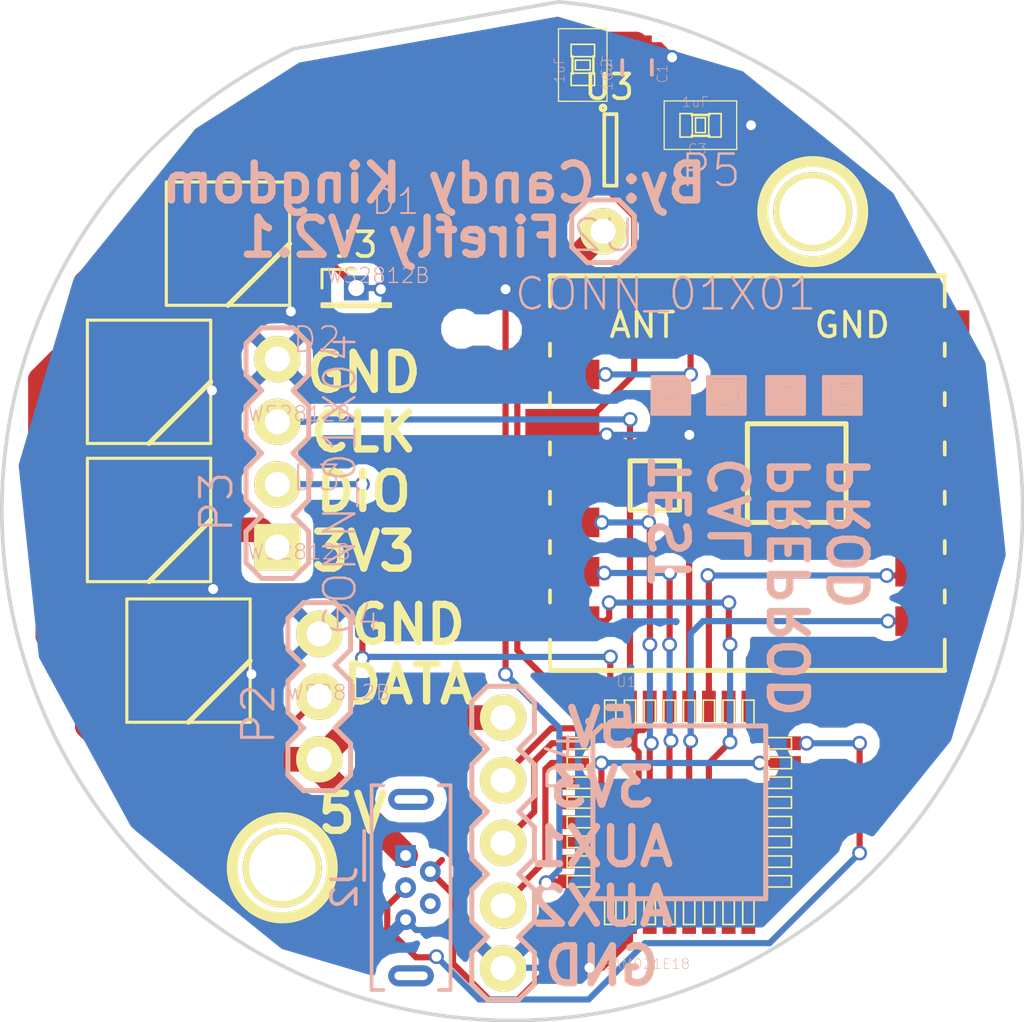
<source format=kicad_pcb>
(kicad_pcb (version 4) (host pcbnew 4.0.6+dfsg1-1)

  (general
    (links 49)
    (no_connects 0)
    (area 139.25939 42.824999 180.78061 84.26061)
    (thickness 1.6)
    (drawings 141)
    (tracks 287)
    (zones 0)
    (modules 18)
    (nets 44)
  )

  (page A4)
  (layers
    (0 F.Cu signal hide)
    (31 B.Cu signal hide)
    (32 B.Adhes user hide)
    (33 F.Adhes user hide)
    (34 B.Paste user hide)
    (35 F.Paste user hide)
    (36 B.SilkS user)
    (37 F.SilkS user hide)
    (38 B.Mask user hide)
    (39 F.Mask user hide)
    (40 Dwgs.User user hide)
    (41 Cmts.User user hide)
    (42 Eco1.User user hide)
    (43 Eco2.User user hide)
    (44 Edge.Cuts user)
    (45 Margin user hide)
    (46 B.CrtYd user hide)
    (47 F.CrtYd user hide)
    (48 B.Fab user hide)
    (49 F.Fab user hide)
  )

  (setup
    (last_trace_width 0.25)
    (user_trace_width 0.25)
    (user_trace_width 0.5)
    (user_trace_width 0.75)
    (user_trace_width 1)
    (trace_clearance 0.2)
    (zone_clearance 0.508)
    (zone_45_only no)
    (trace_min 0.16)
    (segment_width 0.15)
    (edge_width 0.15)
    (via_size 0.6)
    (via_drill 0.4)
    (via_min_size 0.4)
    (via_min_drill 0.3)
    (uvia_size 0.3)
    (uvia_drill 0.1)
    (uvias_allowed no)
    (uvia_min_size 0.2)
    (uvia_min_drill 0.1)
    (pcb_text_width 0.3)
    (pcb_text_size 1.5 1.5)
    (mod_edge_width 0.15)
    (mod_text_size 1 1)
    (mod_text_width 0.15)
    (pad_size 1.524 1.524)
    (pad_drill 0.762)
    (pad_to_mask_clearance 0.2)
    (aux_axis_origin 139.4 84.6)
    (visible_elements FFFFFF7F)
    (pcbplotparams
      (layerselection 0x310fc_80000001)
      (usegerberextensions false)
      (excludeedgelayer true)
      (linewidth 0.100000)
      (plotframeref false)
      (viasonmask false)
      (mode 1)
      (useauxorigin false)
      (hpglpennumber 1)
      (hpglpenspeed 20)
      (hpglpendiameter 15)
      (hpglpenoverlay 2)
      (psnegative false)
      (psa4output false)
      (plotreference false)
      (plotvalue false)
      (plotinvisibletext false)
      (padsonsilk false)
      (subtractmaskfromsilk false)
      (outputformat 1)
      (mirror false)
      (drillshape 0)
      (scaleselection 1)
      (outputdirectory ""))
  )

  (net 0 "")
  (net 1 GND)
  (net 2 +5V)
  (net 3 +3V3)
  (net 4 "Net-(D1-Pad2)")
  (net 5 "Net-(D2-Pad2)")
  (net 6 "Net-(D3-Pad2)")
  (net 7 LED_EXTERNAL)
  (net 8 ARM_SWDIO)
  (net 9 ARM_SWCLK)
  (net 10 AUX1)
  (net 11 AUX2)
  (net 12 ANTENNA)
  (net 13 LED_INTERNAL)
  (net 14 RADIO_MISO)
  (net 15 RADIO_MOSI)
  (net 16 RADIO_SCK)
  (net 17 USB_D-)
  (net 18 RADIO_DIO0)
  (net 19 RADIO_NSS)
  (net 20 USB_D+)
  (net 21 "Net-(U2-Pad4)")
  (net 22 "Net-(U2-Pad10)")
  (net 23 "Net-(U2-Pad11)")
  (net 24 "Net-(U2-Pad12)")
  (net 25 "Net-(U2-Pad13)")
  (net 26 "Net-(U3-Pad4)")
  (net 27 "Net-(J2-Pad4)")
  (net 28 "Net-(U1-Pad3)")
  (net 29 "Net-(U1-Pad4)")
  (net 30 "Net-(U1-Pad5)")
  (net 31 "Net-(U1-Pad6)")
  (net 32 "Net-(U1-Pad7)")
  (net 33 "Net-(U1-Pad15)")
  (net 34 "Net-(U1-Pad16)")
  (net 35 "Net-(U1-Pad17)")
  (net 36 "Net-(U1-Pad18)")
  (net 37 "Net-(U1-Pad19)")
  (net 38 "Net-(U1-Pad20)")
  (net 39 "Net-(U1-Pad21)")
  (net 40 "Net-(U1-Pad22)")
  (net 41 "Net-(U1-Pad25)")
  (net 42 "Net-(U1-Pad26)")
  (net 43 "Net-(U1-Pad29)")

  (net_class Default "This is the default net class."
    (clearance 0.2)
    (trace_width 0.25)
    (via_dia 0.6)
    (via_drill 0.4)
    (uvia_dia 0.3)
    (uvia_drill 0.1)
    (add_net +3V3)
    (add_net +5V)
    (add_net ANTENNA)
    (add_net ARM_SWCLK)
    (add_net ARM_SWDIO)
    (add_net AUX1)
    (add_net AUX2)
    (add_net GND)
    (add_net LED_EXTERNAL)
    (add_net LED_INTERNAL)
    (add_net "Net-(D1-Pad2)")
    (add_net "Net-(D2-Pad2)")
    (add_net "Net-(D3-Pad2)")
    (add_net "Net-(J2-Pad4)")
    (add_net "Net-(U1-Pad15)")
    (add_net "Net-(U1-Pad16)")
    (add_net "Net-(U1-Pad17)")
    (add_net "Net-(U1-Pad18)")
    (add_net "Net-(U1-Pad19)")
    (add_net "Net-(U1-Pad20)")
    (add_net "Net-(U1-Pad21)")
    (add_net "Net-(U1-Pad22)")
    (add_net "Net-(U1-Pad25)")
    (add_net "Net-(U1-Pad26)")
    (add_net "Net-(U1-Pad29)")
    (add_net "Net-(U1-Pad3)")
    (add_net "Net-(U1-Pad4)")
    (add_net "Net-(U1-Pad5)")
    (add_net "Net-(U1-Pad6)")
    (add_net "Net-(U1-Pad7)")
    (add_net "Net-(U2-Pad10)")
    (add_net "Net-(U2-Pad11)")
    (add_net "Net-(U2-Pad12)")
    (add_net "Net-(U2-Pad13)")
    (add_net "Net-(U2-Pad4)")
    (add_net "Net-(U3-Pad4)")
    (add_net RADIO_DIO0)
    (add_net RADIO_MISO)
    (add_net RADIO_MOSI)
    (add_net RADIO_NSS)
    (add_net RADIO_SCK)
    (add_net USB_D+)
    (add_net USB_D-)
  )

  (module Connector_USB:USB_Micro-B_Wuerth-614105150721_Vertical (layer B.Cu) (tedit 5A142044) (tstamp 5A6CC4AB)
    (at 155.7 77.5 270)
    (descr "USB Micro-B receptacle, through-hole, vertical, http://katalog.we-online.de/em/datasheet/614105150721.pdf")
    (tags "usb micro receptacle vertical")
    (path /5A6CC736)
    (fp_text reference J2 (at 1.3 2.48 270) (layer B.SilkS)
      (effects (font (size 1 1) (thickness 0.15)) (justify mirror))
    )
    (fp_text value 614105150721 (at 1.3 -2.92 270) (layer B.Fab)
      (effects (font (size 1 1) (thickness 0.15)) (justify mirror))
    )
    (fp_line (start -2.7 1.23) (end -1 1.23) (layer B.Fab) (width 0.15))
    (fp_line (start -1 1.23) (end 0 0.23) (layer B.Fab) (width 0.15))
    (fp_line (start 0 0.23) (end 1 1.23) (layer B.Fab) (width 0.15))
    (fp_line (start 1 1.23) (end 5.3 1.23) (layer B.Fab) (width 0.15))
    (fp_line (start 5.3 1.23) (end 5.3 -1.67) (layer B.Fab) (width 0.15))
    (fp_line (start 5.3 -1.67) (end -2.7 -1.67) (layer B.Fab) (width 0.15))
    (fp_line (start -2.7 -1.67) (end -2.7 1.23) (layer B.Fab) (width 0.15))
    (fp_line (start -2.85 0.905) (end -2.85 1.38) (layer B.SilkS) (width 0.15))
    (fp_line (start -2.85 1.38) (end 5.45 1.38) (layer B.SilkS) (width 0.15))
    (fp_line (start 5.45 1.38) (end 5.45 0.905) (layer B.SilkS) (width 0.15))
    (fp_line (start -2.85 -1.345) (end -2.85 -1.82) (layer B.SilkS) (width 0.15))
    (fp_line (start -2.85 -1.82) (end 5.45 -1.82) (layer B.SilkS) (width 0.15))
    (fp_line (start 5.45 -1.82) (end 5.45 -1.345) (layer B.SilkS) (width 0.15))
    (fp_line (start -1 1.68) (end 1 1.68) (layer B.SilkS) (width 0.15))
    (fp_line (start -3.2 1.73) (end -3.2 -2.17) (layer B.CrtYd) (width 0.05))
    (fp_line (start -3.2 -2.17) (end 5.8 -2.17) (layer B.CrtYd) (width 0.05))
    (fp_line (start 5.8 -2.17) (end 5.8 1.73) (layer B.CrtYd) (width 0.05))
    (fp_line (start 5.8 1.73) (end -3.2 1.73) (layer B.CrtYd) (width 0.05))
    (fp_text user %R (at 1.3 -0.22 270) (layer B.Fab)
      (effects (font (size 1 1) (thickness 0.15)) (justify mirror))
    )
    (pad 1 thru_hole rect (at 0 0 270) (size 0.84 0.84) (drill 0.44) (layers *.Cu *.Mask)
      (net 2 +5V))
    (pad 2 thru_hole circle (at 0.65 -1 270) (size 0.84 0.84) (drill 0.44) (layers *.Cu *.Mask)
      (net 17 USB_D-))
    (pad 3 thru_hole circle (at 1.3 0 270) (size 0.84 0.84) (drill 0.44) (layers *.Cu *.Mask)
      (net 20 USB_D+))
    (pad 4 thru_hole circle (at 1.95 -1 270) (size 0.84 0.84) (drill 0.44) (layers *.Cu *.Mask)
      (net 27 "Net-(J2-Pad4)"))
    (pad 5 thru_hole circle (at 2.6 0 270) (size 0.84 0.84) (drill 0.44) (layers *.Cu *.Mask)
      (net 1 GND))
    (pad 6 thru_hole oval (at -2.275 -0.22 270) (size 0.85 1.85) (drill oval 0.35 1.35) (layers *.Cu *.Mask))
    (pad 6 thru_hole oval (at 4.875 -0.22 270) (size 0.85 1.85) (drill oval 0.35 1.35) (layers *.Cu *.Mask))
    (model ${KISYS3DMOD}/Connector_USB.3dshapes/USB_Micro-B_Wuerth-614105150721_Vertical.wrl
      (at (xyz 0 0 0))
      (scale (xyz 1 1 1))
      (rotate (xyz 0 0 0))
    )
  )

  (module SparkFun-DigitalIC:TQFP32-08 (layer F.Cu) (tedit 200000) (tstamp 5B20B17D)
    (at 166.7926 75.74878)
    (descr "THIN PLASIC QUAD FLAT PACKAGE GRID 0.8 MM")
    (tags "THIN PLASIC QUAD FLAT PACKAGE GRID 0.8 MM")
    (path /5B20A86A)
    (attr smd)
    (fp_text reference U1 (at -2.159 -5.2832) (layer B.SilkS)
      (effects (font (size 0.4064 0.4064) (thickness 0.0254)))
    )
    (fp_text value SAMD21E18 (at -1.3208 6.1468) (layer B.SilkS)
      (effects (font (size 0.4064 0.4064) (thickness 0.0254)))
    )
    (fp_line (start -4.5466 -2.57048) (end -3.556 -2.57048) (layer F.SilkS) (width 0.06604))
    (fp_line (start -3.556 -2.57048) (end -3.556 -3.02768) (layer F.SilkS) (width 0.06604))
    (fp_line (start -4.5466 -3.02768) (end -3.556 -3.02768) (layer F.SilkS) (width 0.06604))
    (fp_line (start -4.5466 -2.57048) (end -4.5466 -3.02768) (layer F.SilkS) (width 0.06604))
    (fp_line (start -4.5466 -1.77038) (end -3.556 -1.77038) (layer F.SilkS) (width 0.06604))
    (fp_line (start -3.556 -1.77038) (end -3.556 -2.22758) (layer F.SilkS) (width 0.06604))
    (fp_line (start -4.5466 -2.22758) (end -3.556 -2.22758) (layer F.SilkS) (width 0.06604))
    (fp_line (start -4.5466 -1.77038) (end -4.5466 -2.22758) (layer F.SilkS) (width 0.06604))
    (fp_line (start -4.5466 -0.97028) (end -3.556 -0.97028) (layer F.SilkS) (width 0.06604))
    (fp_line (start -3.556 -0.97028) (end -3.556 -1.42748) (layer F.SilkS) (width 0.06604))
    (fp_line (start -4.5466 -1.42748) (end -3.556 -1.42748) (layer F.SilkS) (width 0.06604))
    (fp_line (start -4.5466 -0.97028) (end -4.5466 -1.42748) (layer F.SilkS) (width 0.06604))
    (fp_line (start -4.5466 -0.17018) (end -3.556 -0.17018) (layer F.SilkS) (width 0.06604))
    (fp_line (start -3.556 -0.17018) (end -3.556 -0.62738) (layer F.SilkS) (width 0.06604))
    (fp_line (start -4.5466 -0.62738) (end -3.556 -0.62738) (layer F.SilkS) (width 0.06604))
    (fp_line (start -4.5466 -0.17018) (end -4.5466 -0.62738) (layer F.SilkS) (width 0.06604))
    (fp_line (start -4.5466 0.62738) (end -3.556 0.62738) (layer F.SilkS) (width 0.06604))
    (fp_line (start -3.556 0.62738) (end -3.556 0.17018) (layer F.SilkS) (width 0.06604))
    (fp_line (start -4.5466 0.17018) (end -3.556 0.17018) (layer F.SilkS) (width 0.06604))
    (fp_line (start -4.5466 0.62738) (end -4.5466 0.17018) (layer F.SilkS) (width 0.06604))
    (fp_line (start -4.5466 1.42748) (end -3.556 1.42748) (layer F.SilkS) (width 0.06604))
    (fp_line (start -3.556 1.42748) (end -3.556 0.97028) (layer F.SilkS) (width 0.06604))
    (fp_line (start -4.5466 0.97028) (end -3.556 0.97028) (layer F.SilkS) (width 0.06604))
    (fp_line (start -4.5466 1.42748) (end -4.5466 0.97028) (layer F.SilkS) (width 0.06604))
    (fp_line (start -4.5466 2.22758) (end -3.556 2.22758) (layer F.SilkS) (width 0.06604))
    (fp_line (start -3.556 2.22758) (end -3.556 1.77038) (layer F.SilkS) (width 0.06604))
    (fp_line (start -4.5466 1.77038) (end -3.556 1.77038) (layer F.SilkS) (width 0.06604))
    (fp_line (start -4.5466 2.22758) (end -4.5466 1.77038) (layer F.SilkS) (width 0.06604))
    (fp_line (start -4.5466 3.02768) (end -3.556 3.02768) (layer F.SilkS) (width 0.06604))
    (fp_line (start -3.556 3.02768) (end -3.556 2.57048) (layer F.SilkS) (width 0.06604))
    (fp_line (start -4.5466 2.57048) (end -3.556 2.57048) (layer F.SilkS) (width 0.06604))
    (fp_line (start -4.5466 3.02768) (end -4.5466 2.57048) (layer F.SilkS) (width 0.06604))
    (fp_line (start -3.02768 4.5466) (end -2.57048 4.5466) (layer F.SilkS) (width 0.06604))
    (fp_line (start -2.57048 4.5466) (end -2.57048 3.556) (layer F.SilkS) (width 0.06604))
    (fp_line (start -3.02768 3.556) (end -2.57048 3.556) (layer F.SilkS) (width 0.06604))
    (fp_line (start -3.02768 4.5466) (end -3.02768 3.556) (layer F.SilkS) (width 0.06604))
    (fp_line (start -2.22758 4.5466) (end -1.77038 4.5466) (layer F.SilkS) (width 0.06604))
    (fp_line (start -1.77038 4.5466) (end -1.77038 3.556) (layer F.SilkS) (width 0.06604))
    (fp_line (start -2.22758 3.556) (end -1.77038 3.556) (layer F.SilkS) (width 0.06604))
    (fp_line (start -2.22758 4.5466) (end -2.22758 3.556) (layer F.SilkS) (width 0.06604))
    (fp_line (start -1.42748 4.5466) (end -0.97028 4.5466) (layer F.SilkS) (width 0.06604))
    (fp_line (start -0.97028 4.5466) (end -0.97028 3.556) (layer F.SilkS) (width 0.06604))
    (fp_line (start -1.42748 3.556) (end -0.97028 3.556) (layer F.SilkS) (width 0.06604))
    (fp_line (start -1.42748 4.5466) (end -1.42748 3.556) (layer F.SilkS) (width 0.06604))
    (fp_line (start -0.62738 4.5466) (end -0.17018 4.5466) (layer F.SilkS) (width 0.06604))
    (fp_line (start -0.17018 4.5466) (end -0.17018 3.556) (layer F.SilkS) (width 0.06604))
    (fp_line (start -0.62738 3.556) (end -0.17018 3.556) (layer F.SilkS) (width 0.06604))
    (fp_line (start -0.62738 4.5466) (end -0.62738 3.556) (layer F.SilkS) (width 0.06604))
    (fp_line (start 0.17018 4.5466) (end 0.62738 4.5466) (layer F.SilkS) (width 0.06604))
    (fp_line (start 0.62738 4.5466) (end 0.62738 3.556) (layer F.SilkS) (width 0.06604))
    (fp_line (start 0.17018 3.556) (end 0.62738 3.556) (layer F.SilkS) (width 0.06604))
    (fp_line (start 0.17018 4.5466) (end 0.17018 3.556) (layer F.SilkS) (width 0.06604))
    (fp_line (start 0.97028 4.5466) (end 1.42748 4.5466) (layer F.SilkS) (width 0.06604))
    (fp_line (start 1.42748 4.5466) (end 1.42748 3.556) (layer F.SilkS) (width 0.06604))
    (fp_line (start 0.97028 3.556) (end 1.42748 3.556) (layer F.SilkS) (width 0.06604))
    (fp_line (start 0.97028 4.5466) (end 0.97028 3.556) (layer F.SilkS) (width 0.06604))
    (fp_line (start 1.77038 4.5466) (end 2.22758 4.5466) (layer F.SilkS) (width 0.06604))
    (fp_line (start 2.22758 4.5466) (end 2.22758 3.556) (layer F.SilkS) (width 0.06604))
    (fp_line (start 1.77038 3.556) (end 2.22758 3.556) (layer F.SilkS) (width 0.06604))
    (fp_line (start 1.77038 4.5466) (end 1.77038 3.556) (layer F.SilkS) (width 0.06604))
    (fp_line (start 2.57048 4.5466) (end 3.02768 4.5466) (layer F.SilkS) (width 0.06604))
    (fp_line (start 3.02768 4.5466) (end 3.02768 3.556) (layer F.SilkS) (width 0.06604))
    (fp_line (start 2.57048 3.556) (end 3.02768 3.556) (layer F.SilkS) (width 0.06604))
    (fp_line (start 2.57048 4.5466) (end 2.57048 3.556) (layer F.SilkS) (width 0.06604))
    (fp_line (start 3.556 3.02768) (end 4.5466 3.02768) (layer F.SilkS) (width 0.06604))
    (fp_line (start 4.5466 3.02768) (end 4.5466 2.57048) (layer F.SilkS) (width 0.06604))
    (fp_line (start 3.556 2.57048) (end 4.5466 2.57048) (layer F.SilkS) (width 0.06604))
    (fp_line (start 3.556 3.02768) (end 3.556 2.57048) (layer F.SilkS) (width 0.06604))
    (fp_line (start 3.556 2.22758) (end 4.5466 2.22758) (layer F.SilkS) (width 0.06604))
    (fp_line (start 4.5466 2.22758) (end 4.5466 1.77038) (layer F.SilkS) (width 0.06604))
    (fp_line (start 3.556 1.77038) (end 4.5466 1.77038) (layer F.SilkS) (width 0.06604))
    (fp_line (start 3.556 2.22758) (end 3.556 1.77038) (layer F.SilkS) (width 0.06604))
    (fp_line (start 3.556 1.42748) (end 4.5466 1.42748) (layer F.SilkS) (width 0.06604))
    (fp_line (start 4.5466 1.42748) (end 4.5466 0.97028) (layer F.SilkS) (width 0.06604))
    (fp_line (start 3.556 0.97028) (end 4.5466 0.97028) (layer F.SilkS) (width 0.06604))
    (fp_line (start 3.556 1.42748) (end 3.556 0.97028) (layer F.SilkS) (width 0.06604))
    (fp_line (start 3.556 0.62738) (end 4.5466 0.62738) (layer F.SilkS) (width 0.06604))
    (fp_line (start 4.5466 0.62738) (end 4.5466 0.17018) (layer F.SilkS) (width 0.06604))
    (fp_line (start 3.556 0.17018) (end 4.5466 0.17018) (layer F.SilkS) (width 0.06604))
    (fp_line (start 3.556 0.62738) (end 3.556 0.17018) (layer F.SilkS) (width 0.06604))
    (fp_line (start 3.556 -0.17018) (end 4.5466 -0.17018) (layer F.SilkS) (width 0.06604))
    (fp_line (start 4.5466 -0.17018) (end 4.5466 -0.62738) (layer F.SilkS) (width 0.06604))
    (fp_line (start 3.556 -0.62738) (end 4.5466 -0.62738) (layer F.SilkS) (width 0.06604))
    (fp_line (start 3.556 -0.17018) (end 3.556 -0.62738) (layer F.SilkS) (width 0.06604))
    (fp_line (start 3.556 -0.97028) (end 4.5466 -0.97028) (layer F.SilkS) (width 0.06604))
    (fp_line (start 4.5466 -0.97028) (end 4.5466 -1.42748) (layer F.SilkS) (width 0.06604))
    (fp_line (start 3.556 -1.42748) (end 4.5466 -1.42748) (layer F.SilkS) (width 0.06604))
    (fp_line (start 3.556 -0.97028) (end 3.556 -1.42748) (layer F.SilkS) (width 0.06604))
    (fp_line (start 3.556 -1.77038) (end 4.5466 -1.77038) (layer F.SilkS) (width 0.06604))
    (fp_line (start 4.5466 -1.77038) (end 4.5466 -2.22758) (layer F.SilkS) (width 0.06604))
    (fp_line (start 3.556 -2.22758) (end 4.5466 -2.22758) (layer F.SilkS) (width 0.06604))
    (fp_line (start 3.556 -1.77038) (end 3.556 -2.22758) (layer F.SilkS) (width 0.06604))
    (fp_line (start 3.556 -2.57048) (end 4.5466 -2.57048) (layer F.SilkS) (width 0.06604))
    (fp_line (start 4.5466 -2.57048) (end 4.5466 -3.02768) (layer F.SilkS) (width 0.06604))
    (fp_line (start 3.556 -3.02768) (end 4.5466 -3.02768) (layer F.SilkS) (width 0.06604))
    (fp_line (start 3.556 -2.57048) (end 3.556 -3.02768) (layer F.SilkS) (width 0.06604))
    (fp_line (start 2.57048 -3.556) (end 3.02768 -3.556) (layer F.SilkS) (width 0.06604))
    (fp_line (start 3.02768 -3.556) (end 3.02768 -4.5466) (layer F.SilkS) (width 0.06604))
    (fp_line (start 2.57048 -4.5466) (end 3.02768 -4.5466) (layer F.SilkS) (width 0.06604))
    (fp_line (start 2.57048 -3.556) (end 2.57048 -4.5466) (layer F.SilkS) (width 0.06604))
    (fp_line (start 1.77038 -3.556) (end 2.22758 -3.556) (layer F.SilkS) (width 0.06604))
    (fp_line (start 2.22758 -3.556) (end 2.22758 -4.5466) (layer F.SilkS) (width 0.06604))
    (fp_line (start 1.77038 -4.5466) (end 2.22758 -4.5466) (layer F.SilkS) (width 0.06604))
    (fp_line (start 1.77038 -3.556) (end 1.77038 -4.5466) (layer F.SilkS) (width 0.06604))
    (fp_line (start 0.97028 -3.556) (end 1.42748 -3.556) (layer F.SilkS) (width 0.06604))
    (fp_line (start 1.42748 -3.556) (end 1.42748 -4.5466) (layer F.SilkS) (width 0.06604))
    (fp_line (start 0.97028 -4.5466) (end 1.42748 -4.5466) (layer F.SilkS) (width 0.06604))
    (fp_line (start 0.97028 -3.556) (end 0.97028 -4.5466) (layer F.SilkS) (width 0.06604))
    (fp_line (start 0.17018 -3.556) (end 0.62738 -3.556) (layer F.SilkS) (width 0.06604))
    (fp_line (start 0.62738 -3.556) (end 0.62738 -4.5466) (layer F.SilkS) (width 0.06604))
    (fp_line (start 0.17018 -4.5466) (end 0.62738 -4.5466) (layer F.SilkS) (width 0.06604))
    (fp_line (start 0.17018 -3.556) (end 0.17018 -4.5466) (layer F.SilkS) (width 0.06604))
    (fp_line (start -0.62738 -3.556) (end -0.17018 -3.556) (layer F.SilkS) (width 0.06604))
    (fp_line (start -0.17018 -3.556) (end -0.17018 -4.5466) (layer F.SilkS) (width 0.06604))
    (fp_line (start -0.62738 -4.5466) (end -0.17018 -4.5466) (layer F.SilkS) (width 0.06604))
    (fp_line (start -0.62738 -3.556) (end -0.62738 -4.5466) (layer F.SilkS) (width 0.06604))
    (fp_line (start -1.42748 -3.556) (end -0.97028 -3.556) (layer F.SilkS) (width 0.06604))
    (fp_line (start -0.97028 -3.556) (end -0.97028 -4.5466) (layer F.SilkS) (width 0.06604))
    (fp_line (start -1.42748 -4.5466) (end -0.97028 -4.5466) (layer F.SilkS) (width 0.06604))
    (fp_line (start -1.42748 -3.556) (end -1.42748 -4.5466) (layer F.SilkS) (width 0.06604))
    (fp_line (start -2.22758 -3.556) (end -1.77038 -3.556) (layer F.SilkS) (width 0.06604))
    (fp_line (start -1.77038 -3.556) (end -1.77038 -4.5466) (layer F.SilkS) (width 0.06604))
    (fp_line (start -2.22758 -4.5466) (end -1.77038 -4.5466) (layer F.SilkS) (width 0.06604))
    (fp_line (start -2.22758 -3.556) (end -2.22758 -4.5466) (layer F.SilkS) (width 0.06604))
    (fp_line (start -3.02768 -3.556) (end -2.57048 -3.556) (layer F.SilkS) (width 0.06604))
    (fp_line (start -2.57048 -3.556) (end -2.57048 -4.5466) (layer F.SilkS) (width 0.06604))
    (fp_line (start -3.02768 -4.5466) (end -2.57048 -4.5466) (layer F.SilkS) (width 0.06604))
    (fp_line (start -3.02768 -3.556) (end -3.02768 -4.5466) (layer F.SilkS) (width 0.06604))
    (fp_line (start 3.50266 -3.50266) (end 3.50266 3.50266) (layer B.SilkS) (width 0.2032))
    (fp_line (start 3.50266 3.50266) (end -3.50266 3.50266) (layer B.SilkS) (width 0.2032))
    (fp_line (start -3.50266 3.50266) (end -3.50266 -3.1496) (layer B.SilkS) (width 0.2032))
    (fp_line (start -3.1496 -3.50266) (end 3.50266 -3.50266) (layer B.SilkS) (width 0.2032))
    (fp_line (start -3.1496 -3.50266) (end -3.50266 -3.1496) (layer B.SilkS) (width 0.2032))
    (fp_circle (center -3.6576 -3.683) (end -3.7338 -3.7592) (layer B.SilkS) (width 0.1016))
    (pad 1 smd rect (at -4.2926 -2.79908) (size 1.27 0.5588) (layers F.Cu F.Paste F.Mask)
      (net 10 AUX1))
    (pad 2 smd rect (at -4.2926 -1.99898) (size 1.27 0.5588) (layers F.Cu F.Paste F.Mask)
      (net 11 AUX2))
    (pad 3 smd rect (at -4.2926 -1.19888) (size 1.27 0.5588) (layers F.Cu F.Paste F.Mask)
      (net 28 "Net-(U1-Pad3)"))
    (pad 4 smd rect (at -4.2926 -0.39878) (size 1.27 0.5588) (layers F.Cu F.Paste F.Mask)
      (net 29 "Net-(U1-Pad4)"))
    (pad 5 smd rect (at -4.2926 0.39878) (size 1.27 0.5588) (layers F.Cu F.Paste F.Mask)
      (net 30 "Net-(U1-Pad5)"))
    (pad 6 smd rect (at -4.2926 1.19888) (size 1.27 0.5588) (layers F.Cu F.Paste F.Mask)
      (net 31 "Net-(U1-Pad6)"))
    (pad 7 smd rect (at -4.2926 1.99898) (size 1.27 0.5588) (layers F.Cu F.Paste F.Mask)
      (net 32 "Net-(U1-Pad7)"))
    (pad 8 smd rect (at -4.2926 2.79908) (size 1.27 0.5588) (layers F.Cu F.Paste F.Mask)
      (net 13 LED_INTERNAL))
    (pad 9 smd rect (at -2.79908 4.2926) (size 0.5588 1.27) (layers F.Cu F.Paste F.Mask)
      (net 3 +3V3))
    (pad 10 smd rect (at -1.99898 4.2926) (size 0.5588 1.27) (layers F.Cu F.Paste F.Mask)
      (net 1 GND))
    (pad 11 smd rect (at -1.19888 4.2926) (size 0.5588 1.27) (layers F.Cu F.Paste F.Mask)
      (net 15 RADIO_MOSI))
    (pad 12 smd rect (at -0.39878 4.2926) (size 0.5588 1.27) (layers F.Cu F.Paste F.Mask)
      (net 16 RADIO_SCK))
    (pad 13 smd rect (at 0.39878 4.2926) (size 0.5588 1.27) (layers F.Cu F.Paste F.Mask)
      (net 14 RADIO_MISO))
    (pad 14 smd rect (at 1.19888 4.2926) (size 0.5588 1.27) (layers F.Cu F.Paste F.Mask)
      (net 19 RADIO_NSS))
    (pad 15 smd rect (at 1.99898 4.2926) (size 0.5588 1.27) (layers F.Cu F.Paste F.Mask)
      (net 33 "Net-(U1-Pad15)"))
    (pad 16 smd rect (at 2.79908 4.2926) (size 0.5588 1.27) (layers F.Cu F.Paste F.Mask)
      (net 34 "Net-(U1-Pad16)"))
    (pad 17 smd rect (at 4.2926 2.79908) (size 1.27 0.5588) (layers F.Cu F.Paste F.Mask)
      (net 35 "Net-(U1-Pad17)"))
    (pad 18 smd rect (at 4.2926 1.99898) (size 1.27 0.5588) (layers F.Cu F.Paste F.Mask)
      (net 36 "Net-(U1-Pad18)"))
    (pad 19 smd rect (at 4.2926 1.19888) (size 1.27 0.5588) (layers F.Cu F.Paste F.Mask)
      (net 37 "Net-(U1-Pad19)"))
    (pad 20 smd rect (at 4.2926 0.39878) (size 1.27 0.5588) (layers F.Cu F.Paste F.Mask)
      (net 38 "Net-(U1-Pad20)"))
    (pad 21 smd rect (at 4.2926 -0.39878) (size 1.27 0.5588) (layers F.Cu F.Paste F.Mask)
      (net 39 "Net-(U1-Pad21)"))
    (pad 22 smd rect (at 4.2926 -1.19888) (size 1.27 0.5588) (layers F.Cu F.Paste F.Mask)
      (net 40 "Net-(U1-Pad22)"))
    (pad 23 smd rect (at 4.2926 -1.99898) (size 1.27 0.5588) (layers F.Cu F.Paste F.Mask)
      (net 17 USB_D-))
    (pad 24 smd rect (at 4.2926 -2.79908) (size 1.27 0.5588) (layers F.Cu F.Paste F.Mask)
      (net 20 USB_D+))
    (pad 25 smd rect (at 2.79908 -4.2926) (size 0.5588 1.27) (layers F.Cu F.Paste F.Mask)
      (net 41 "Net-(U1-Pad25)"))
    (pad 26 smd rect (at 1.99898 -4.2926) (size 0.5588 1.27) (layers F.Cu F.Paste F.Mask)
      (net 42 "Net-(U1-Pad26)"))
    (pad 27 smd rect (at 1.19888 -4.2926) (size 0.5588 1.27) (layers F.Cu F.Paste F.Mask)
      (net 18 RADIO_DIO0))
    (pad 28 smd rect (at 0.39878 -4.2926) (size 0.5588 1.27) (layers F.Cu F.Paste F.Mask)
      (net 1 GND))
    (pad 29 smd rect (at -0.39878 -4.2926) (size 0.5588 1.27) (layers F.Cu F.Paste F.Mask)
      (net 43 "Net-(U1-Pad29)"))
    (pad 30 smd rect (at -1.19888 -4.2926) (size 0.5588 1.27) (layers F.Cu F.Paste F.Mask)
      (net 3 +3V3))
    (pad 31 smd rect (at -1.99898 -4.2926) (size 0.5588 1.27) (layers F.Cu F.Paste F.Mask)
      (net 9 ARM_SWCLK))
    (pad 32 smd rect (at -2.79908 -4.2926) (size 0.5588 1.27) (layers F.Cu F.Paste F.Mask)
      (net 8 ARM_SWDIO))
  )

  (module SparkFun-Connectors:1X03 placed (layer F.Cu) (tedit 5B232E5B) (tstamp 5A596640)
    (at 152.2 73.6 90)
    (path /5A5420CD)
    (attr virtual)
    (fp_text reference P2 (at 1.8288 -2.4638 90) (layer B.SilkS)
      (effects (font (size 1.27 1.27) (thickness 0.127)))
    )
    (fp_text value CONN_01X03 (at 2.54 2.54 90) (layer B.SilkS) hide
      (effects (font (size 1.27 1.27) (thickness 0.1016)) (justify mirror))
    )
    (fp_line (start 4.826 0.254) (end 5.334 0.254) (layer F.SilkS) (width 0.06604))
    (fp_line (start 5.334 0.254) (end 5.334 -0.254) (layer F.SilkS) (width 0.06604))
    (fp_line (start 4.826 -0.254) (end 5.334 -0.254) (layer F.SilkS) (width 0.06604))
    (fp_line (start 4.826 0.254) (end 4.826 -0.254) (layer F.SilkS) (width 0.06604))
    (fp_line (start 2.286 0.254) (end 2.794 0.254) (layer F.SilkS) (width 0.06604))
    (fp_line (start 2.794 0.254) (end 2.794 -0.254) (layer F.SilkS) (width 0.06604))
    (fp_line (start 2.286 -0.254) (end 2.794 -0.254) (layer F.SilkS) (width 0.06604))
    (fp_line (start 2.286 0.254) (end 2.286 -0.254) (layer F.SilkS) (width 0.06604))
    (fp_line (start -0.254 0.254) (end 0.254 0.254) (layer F.SilkS) (width 0.06604))
    (fp_line (start 0.254 0.254) (end 0.254 -0.254) (layer F.SilkS) (width 0.06604))
    (fp_line (start -0.254 -0.254) (end 0.254 -0.254) (layer F.SilkS) (width 0.06604))
    (fp_line (start -0.254 0.254) (end -0.254 -0.254) (layer F.SilkS) (width 0.06604))
    (fp_line (start 3.81 -0.635) (end 4.445 -1.27) (layer B.SilkS) (width 0.2032))
    (fp_line (start 4.445 -1.27) (end 5.715 -1.27) (layer B.SilkS) (width 0.2032))
    (fp_line (start 5.715 -1.27) (end 6.35 -0.635) (layer B.SilkS) (width 0.2032))
    (fp_line (start 6.35 0.635) (end 5.715 1.27) (layer B.SilkS) (width 0.2032))
    (fp_line (start 5.715 1.27) (end 4.445 1.27) (layer B.SilkS) (width 0.2032))
    (fp_line (start 4.445 1.27) (end 3.81 0.635) (layer B.SilkS) (width 0.2032))
    (fp_line (start -0.635 -1.27) (end 0.635 -1.27) (layer B.SilkS) (width 0.2032))
    (fp_line (start 0.635 -1.27) (end 1.27 -0.635) (layer B.SilkS) (width 0.2032))
    (fp_line (start 1.27 0.635) (end 0.635 1.27) (layer B.SilkS) (width 0.2032))
    (fp_line (start 1.27 -0.635) (end 1.905 -1.27) (layer B.SilkS) (width 0.2032))
    (fp_line (start 1.905 -1.27) (end 3.175 -1.27) (layer B.SilkS) (width 0.2032))
    (fp_line (start 3.175 -1.27) (end 3.81 -0.635) (layer B.SilkS) (width 0.2032))
    (fp_line (start 3.81 0.635) (end 3.175 1.27) (layer B.SilkS) (width 0.2032))
    (fp_line (start 3.175 1.27) (end 1.905 1.27) (layer B.SilkS) (width 0.2032))
    (fp_line (start 1.905 1.27) (end 1.27 0.635) (layer B.SilkS) (width 0.2032))
    (fp_line (start -1.27 -0.635) (end -1.27 0.635) (layer B.SilkS) (width 0.2032))
    (fp_line (start -0.635 -1.27) (end -1.27 -0.635) (layer B.SilkS) (width 0.2032))
    (fp_line (start -1.27 0.635) (end -0.635 1.27) (layer B.SilkS) (width 0.2032))
    (fp_line (start 0.635 1.27) (end -0.635 1.27) (layer B.SilkS) (width 0.2032))
    (fp_line (start 6.35 -0.635) (end 6.35 0.635) (layer B.SilkS) (width 0.2032))
    (pad 1 thru_hole circle (at 0 0 90) (size 1.8796 1.8796) (drill 1.016) (layers *.Cu F.Paste F.SilkS F.Mask)
      (net 2 +5V))
    (pad 2 thru_hole circle (at 2.54 0 90) (size 1.8796 1.8796) (drill 1.016) (layers *.Cu F.Paste F.SilkS F.Mask)
      (net 7 LED_EXTERNAL))
    (pad 3 thru_hole circle (at 5.08 0 90) (size 1.8796 1.8796) (drill 1.016) (layers *.Cu F.Paste F.SilkS F.Mask)
      (net 1 GND))
  )

  (module SparkFun-Connectors:1X05 placed (layer F.Cu) (tedit 5B232E55) (tstamp 5A5966AF)
    (at 159.65 71.91 270)
    (path /5A54290F)
    (attr virtual)
    (fp_text reference P4 (at 1.8288 -2.4638 450) (layer B.SilkS)
      (effects (font (size 1.27 1.27) (thickness 0.127)))
    )
    (fp_text value CONN_01X05 (at 2.54 2.54 270) (layer B.SilkS) hide
      (effects (font (size 1.27 1.27) (thickness 0.1016)) (justify mirror))
    )
    (fp_line (start 9.906 0.254) (end 10.414 0.254) (layer F.SilkS) (width 0.06604))
    (fp_line (start 10.414 0.254) (end 10.414 -0.254) (layer F.SilkS) (width 0.06604))
    (fp_line (start 9.906 -0.254) (end 10.414 -0.254) (layer F.SilkS) (width 0.06604))
    (fp_line (start 9.906 0.254) (end 9.906 -0.254) (layer F.SilkS) (width 0.06604))
    (fp_line (start 7.366 0.254) (end 7.874 0.254) (layer F.SilkS) (width 0.06604))
    (fp_line (start 7.874 0.254) (end 7.874 -0.254) (layer F.SilkS) (width 0.06604))
    (fp_line (start 7.366 -0.254) (end 7.874 -0.254) (layer F.SilkS) (width 0.06604))
    (fp_line (start 7.366 0.254) (end 7.366 -0.254) (layer F.SilkS) (width 0.06604))
    (fp_line (start 4.826 0.254) (end 5.334 0.254) (layer F.SilkS) (width 0.06604))
    (fp_line (start 5.334 0.254) (end 5.334 -0.254) (layer F.SilkS) (width 0.06604))
    (fp_line (start 4.826 -0.254) (end 5.334 -0.254) (layer F.SilkS) (width 0.06604))
    (fp_line (start 4.826 0.254) (end 4.826 -0.254) (layer F.SilkS) (width 0.06604))
    (fp_line (start 2.286 0.254) (end 2.794 0.254) (layer F.SilkS) (width 0.06604))
    (fp_line (start 2.794 0.254) (end 2.794 -0.254) (layer F.SilkS) (width 0.06604))
    (fp_line (start 2.286 -0.254) (end 2.794 -0.254) (layer F.SilkS) (width 0.06604))
    (fp_line (start 2.286 0.254) (end 2.286 -0.254) (layer F.SilkS) (width 0.06604))
    (fp_line (start -0.254 0.254) (end 0.254 0.254) (layer F.SilkS) (width 0.06604))
    (fp_line (start 0.254 0.254) (end 0.254 -0.254) (layer F.SilkS) (width 0.06604))
    (fp_line (start -0.254 -0.254) (end 0.254 -0.254) (layer F.SilkS) (width 0.06604))
    (fp_line (start -0.254 0.254) (end -0.254 -0.254) (layer F.SilkS) (width 0.06604))
    (fp_line (start 6.985 -1.27) (end 8.255 -1.27) (layer B.SilkS) (width 0.2032))
    (fp_line (start 8.255 -1.27) (end 8.89 -0.635) (layer B.SilkS) (width 0.2032))
    (fp_line (start 8.89 0.635) (end 8.255 1.27) (layer B.SilkS) (width 0.2032))
    (fp_line (start 8.89 -0.635) (end 9.525 -1.27) (layer B.SilkS) (width 0.2032))
    (fp_line (start 9.525 -1.27) (end 10.795 -1.27) (layer B.SilkS) (width 0.2032))
    (fp_line (start 10.795 -1.27) (end 11.43 -0.635) (layer B.SilkS) (width 0.2032))
    (fp_line (start 11.43 0.635) (end 10.795 1.27) (layer B.SilkS) (width 0.2032))
    (fp_line (start 10.795 1.27) (end 9.525 1.27) (layer B.SilkS) (width 0.2032))
    (fp_line (start 9.525 1.27) (end 8.89 0.635) (layer B.SilkS) (width 0.2032))
    (fp_line (start 3.81 -0.635) (end 4.445 -1.27) (layer B.SilkS) (width 0.2032))
    (fp_line (start 4.445 -1.27) (end 5.715 -1.27) (layer B.SilkS) (width 0.2032))
    (fp_line (start 5.715 -1.27) (end 6.35 -0.635) (layer B.SilkS) (width 0.2032))
    (fp_line (start 6.35 0.635) (end 5.715 1.27) (layer B.SilkS) (width 0.2032))
    (fp_line (start 5.715 1.27) (end 4.445 1.27) (layer B.SilkS) (width 0.2032))
    (fp_line (start 4.445 1.27) (end 3.81 0.635) (layer B.SilkS) (width 0.2032))
    (fp_line (start 6.985 -1.27) (end 6.35 -0.635) (layer B.SilkS) (width 0.2032))
    (fp_line (start 6.35 0.635) (end 6.985 1.27) (layer B.SilkS) (width 0.2032))
    (fp_line (start 8.255 1.27) (end 6.985 1.27) (layer B.SilkS) (width 0.2032))
    (fp_line (start -0.635 -1.27) (end 0.635 -1.27) (layer B.SilkS) (width 0.2032))
    (fp_line (start 0.635 -1.27) (end 1.27 -0.635) (layer B.SilkS) (width 0.2032))
    (fp_line (start 1.27 0.635) (end 0.635 1.27) (layer B.SilkS) (width 0.2032))
    (fp_line (start 1.27 -0.635) (end 1.905 -1.27) (layer B.SilkS) (width 0.2032))
    (fp_line (start 1.905 -1.27) (end 3.175 -1.27) (layer B.SilkS) (width 0.2032))
    (fp_line (start 3.175 -1.27) (end 3.81 -0.635) (layer B.SilkS) (width 0.2032))
    (fp_line (start 3.81 0.635) (end 3.175 1.27) (layer B.SilkS) (width 0.2032))
    (fp_line (start 3.175 1.27) (end 1.905 1.27) (layer B.SilkS) (width 0.2032))
    (fp_line (start 1.905 1.27) (end 1.27 0.635) (layer B.SilkS) (width 0.2032))
    (fp_line (start -1.27 -0.635) (end -1.27 0.635) (layer B.SilkS) (width 0.2032))
    (fp_line (start -0.635 -1.27) (end -1.27 -0.635) (layer B.SilkS) (width 0.2032))
    (fp_line (start -1.27 0.635) (end -0.635 1.27) (layer B.SilkS) (width 0.2032))
    (fp_line (start 0.635 1.27) (end -0.635 1.27) (layer B.SilkS) (width 0.2032))
    (fp_line (start 11.43 -0.635) (end 11.43 0.635) (layer B.SilkS) (width 0.2032))
    (pad 1 thru_hole circle (at 0 0 270) (size 1.8796 1.8796) (drill 1.016) (layers *.Cu F.Paste F.SilkS F.Mask)
      (net 2 +5V))
    (pad 2 thru_hole circle (at 2.54 0 270) (size 1.8796 1.8796) (drill 1.016) (layers *.Cu F.Paste F.SilkS F.Mask)
      (net 3 +3V3))
    (pad 3 thru_hole circle (at 5.08 0 270) (size 1.8796 1.8796) (drill 1.016) (layers *.Cu F.Paste F.SilkS F.Mask)
      (net 10 AUX1))
    (pad 4 thru_hole circle (at 7.62 0 270) (size 1.8796 1.8796) (drill 1.016) (layers *.Cu F.Paste F.SilkS F.Mask)
      (net 11 AUX2))
    (pad 5 thru_hole circle (at 10.16 0 270) (size 1.8796 1.8796) (drill 1.016) (layers *.Cu F.Paste F.SilkS F.Mask)
      (net 1 GND))
  )

  (module SparkFun-Capacitors:0805 placed (layer F.Cu) (tedit 200000) (tstamp 5A596548)
    (at 165.07792 45.559766 270)
    (path /5A548BBE)
    (attr smd)
    (fp_text reference C1 (at 0.254 -1.0287 270) (layer B.SilkS)
      (effects (font (size 0.4064 0.4064) (thickness 0.0254)))
    )
    (fp_text value 10uF (at 0.2032 1.1938 270) (layer B.SilkS)
      (effects (font (size 0.4064 0.4064) (thickness 0.0254)))
    )
    (fp_line (start -0.29972 -0.59944) (end 0.29972 -0.59944) (layer B.SilkS) (width 0.1524))
    (fp_line (start -0.29972 0.59944) (end 0.29972 0.59944) (layer B.SilkS) (width 0.1524))
    (pad 1 smd rect (at -0.89916 0 270) (size 0.79756 1.19888) (layers F.Cu F.Paste F.Mask)
      (net 1 GND))
    (pad 2 smd rect (at 0.89916 0 270) (size 0.79756 1.19888) (layers F.Cu F.Paste F.Mask)
      (net 2 +5V))
  )

  (module SparkFun-Capacitors:0603 placed (layer F.Cu) (tedit 200000) (tstamp 5A596560)
    (at 162.87792 45.459766 270)
    (path /5A5477DB)
    (attr smd)
    (fp_text reference C2 (at 0.127 -0.9652 270) (layer B.SilkS)
      (effects (font (size 0.4064 0.4064) (thickness 0.0254)))
    )
    (fp_text value 1uF (at 0.2032 0.9398 270) (layer B.SilkS)
      (effects (font (size 0.4064 0.4064) (thickness 0.0254)))
    )
    (fp_line (start -0.8382 0.4699) (end -0.33782 0.4699) (layer F.SilkS) (width 0.06604))
    (fp_line (start -0.33782 0.4699) (end -0.33782 -0.48006) (layer F.SilkS) (width 0.06604))
    (fp_line (start -0.8382 -0.48006) (end -0.33782 -0.48006) (layer F.SilkS) (width 0.06604))
    (fp_line (start -0.8382 0.4699) (end -0.8382 -0.48006) (layer F.SilkS) (width 0.06604))
    (fp_line (start 0.3302 0.4699) (end 0.82804 0.4699) (layer F.SilkS) (width 0.06604))
    (fp_line (start 0.82804 0.4699) (end 0.82804 -0.48006) (layer F.SilkS) (width 0.06604))
    (fp_line (start 0.3302 -0.48006) (end 0.82804 -0.48006) (layer F.SilkS) (width 0.06604))
    (fp_line (start 0.3302 0.4699) (end 0.3302 -0.48006) (layer F.SilkS) (width 0.06604))
    (fp_line (start -0.19812 0.29972) (end 0.19812 0.29972) (layer F.SilkS) (width 0.06604))
    (fp_line (start 0.19812 0.29972) (end 0.19812 -0.29972) (layer F.SilkS) (width 0.06604))
    (fp_line (start -0.19812 -0.29972) (end 0.19812 -0.29972) (layer F.SilkS) (width 0.06604))
    (fp_line (start -0.19812 0.29972) (end -0.19812 -0.29972) (layer F.SilkS) (width 0.06604))
    (fp_line (start -1.47066 -0.98298) (end 1.47066 -0.98298) (layer F.SilkS) (width 0.0508))
    (fp_line (start 1.47066 -0.98298) (end 1.47066 0.98298) (layer F.SilkS) (width 0.0508))
    (fp_line (start 1.47066 0.98298) (end -1.47066 0.98298) (layer F.SilkS) (width 0.0508))
    (fp_line (start -1.47066 0.98298) (end -1.47066 -0.98298) (layer F.SilkS) (width 0.0508))
    (fp_line (start -0.3556 -0.4318) (end 0.3556 -0.4318) (layer F.SilkS) (width 0.1016))
    (fp_line (start -0.3556 0.41656) (end 0.3556 0.41656) (layer F.SilkS) (width 0.1016))
    (pad 1 smd rect (at -0.84836 0 270) (size 1.09982 0.99822) (layers F.Cu F.Paste F.Mask)
      (net 1 GND))
    (pad 2 smd rect (at 0.84836 0 270) (size 1.09982 0.99822) (layers F.Cu F.Paste F.Mask)
      (net 2 +5V))
  )

  (module SparkFun-Capacitors:0603 placed (layer F.Cu) (tedit 200000) (tstamp 5A596578)
    (at 167.64836 47.9 180)
    (path /5A547830)
    (attr smd)
    (fp_text reference C3 (at 0.127 -0.9652 180) (layer B.SilkS)
      (effects (font (size 0.4064 0.4064) (thickness 0.0254)))
    )
    (fp_text value 1uF (at 0.2032 0.9398 180) (layer B.SilkS)
      (effects (font (size 0.4064 0.4064) (thickness 0.0254)))
    )
    (fp_line (start -0.8382 0.4699) (end -0.33782 0.4699) (layer F.SilkS) (width 0.06604))
    (fp_line (start -0.33782 0.4699) (end -0.33782 -0.48006) (layer F.SilkS) (width 0.06604))
    (fp_line (start -0.8382 -0.48006) (end -0.33782 -0.48006) (layer F.SilkS) (width 0.06604))
    (fp_line (start -0.8382 0.4699) (end -0.8382 -0.48006) (layer F.SilkS) (width 0.06604))
    (fp_line (start 0.3302 0.4699) (end 0.82804 0.4699) (layer F.SilkS) (width 0.06604))
    (fp_line (start 0.82804 0.4699) (end 0.82804 -0.48006) (layer F.SilkS) (width 0.06604))
    (fp_line (start 0.3302 -0.48006) (end 0.82804 -0.48006) (layer F.SilkS) (width 0.06604))
    (fp_line (start 0.3302 0.4699) (end 0.3302 -0.48006) (layer F.SilkS) (width 0.06604))
    (fp_line (start -0.19812 0.29972) (end 0.19812 0.29972) (layer F.SilkS) (width 0.06604))
    (fp_line (start 0.19812 0.29972) (end 0.19812 -0.29972) (layer F.SilkS) (width 0.06604))
    (fp_line (start -0.19812 -0.29972) (end 0.19812 -0.29972) (layer F.SilkS) (width 0.06604))
    (fp_line (start -0.19812 0.29972) (end -0.19812 -0.29972) (layer F.SilkS) (width 0.06604))
    (fp_line (start -1.47066 -0.98298) (end 1.47066 -0.98298) (layer F.SilkS) (width 0.0508))
    (fp_line (start 1.47066 -0.98298) (end 1.47066 0.98298) (layer F.SilkS) (width 0.0508))
    (fp_line (start 1.47066 0.98298) (end -1.47066 0.98298) (layer F.SilkS) (width 0.0508))
    (fp_line (start -1.47066 0.98298) (end -1.47066 -0.98298) (layer F.SilkS) (width 0.0508))
    (fp_line (start -0.3556 -0.4318) (end 0.3556 -0.4318) (layer F.SilkS) (width 0.1016))
    (fp_line (start -0.3556 0.41656) (end 0.3556 0.41656) (layer F.SilkS) (width 0.1016))
    (pad 1 smd rect (at -0.84836 0 180) (size 1.09982 0.99822) (layers F.Cu F.Paste F.Mask)
      (net 1 GND))
    (pad 2 smd rect (at 0.84836 0 180) (size 1.09982 0.99822) (layers F.Cu F.Paste F.Mask)
      (net 3 +3V3))
  )

  (module SparkFun-Connectors:1X04 placed (layer F.Cu) (tedit 200000) (tstamp 5A596672)
    (at 150.5 65 90)
    (path /5A5423D1)
    (attr virtual)
    (fp_text reference P3 (at 1.8288 -2.4638 90) (layer B.SilkS)
      (effects (font (size 1.27 1.27) (thickness 0.127)))
    )
    (fp_text value CONN_01X04 (at 2.54 2.54 90) (layer B.SilkS)
      (effects (font (size 1.27 1.27) (thickness 0.1016)))
    )
    (fp_line (start 7.366 0.254) (end 7.874 0.254) (layer F.SilkS) (width 0.06604))
    (fp_line (start 7.874 0.254) (end 7.874 -0.254) (layer F.SilkS) (width 0.06604))
    (fp_line (start 7.366 -0.254) (end 7.874 -0.254) (layer F.SilkS) (width 0.06604))
    (fp_line (start 7.366 0.254) (end 7.366 -0.254) (layer F.SilkS) (width 0.06604))
    (fp_line (start 4.826 0.254) (end 5.334 0.254) (layer F.SilkS) (width 0.06604))
    (fp_line (start 5.334 0.254) (end 5.334 -0.254) (layer F.SilkS) (width 0.06604))
    (fp_line (start 4.826 -0.254) (end 5.334 -0.254) (layer F.SilkS) (width 0.06604))
    (fp_line (start 4.826 0.254) (end 4.826 -0.254) (layer F.SilkS) (width 0.06604))
    (fp_line (start 2.286 0.254) (end 2.794 0.254) (layer F.SilkS) (width 0.06604))
    (fp_line (start 2.794 0.254) (end 2.794 -0.254) (layer F.SilkS) (width 0.06604))
    (fp_line (start 2.286 -0.254) (end 2.794 -0.254) (layer F.SilkS) (width 0.06604))
    (fp_line (start 2.286 0.254) (end 2.286 -0.254) (layer F.SilkS) (width 0.06604))
    (fp_line (start -0.254 0.254) (end 0.254 0.254) (layer F.SilkS) (width 0.06604))
    (fp_line (start 0.254 0.254) (end 0.254 -0.254) (layer F.SilkS) (width 0.06604))
    (fp_line (start -0.254 -0.254) (end 0.254 -0.254) (layer F.SilkS) (width 0.06604))
    (fp_line (start -0.254 0.254) (end -0.254 -0.254) (layer F.SilkS) (width 0.06604))
    (fp_line (start 6.985 -1.27) (end 8.255 -1.27) (layer B.SilkS) (width 0.2032))
    (fp_line (start 8.255 -1.27) (end 8.89 -0.635) (layer B.SilkS) (width 0.2032))
    (fp_line (start 8.89 0.635) (end 8.255 1.27) (layer B.SilkS) (width 0.2032))
    (fp_line (start 3.81 -0.635) (end 4.445 -1.27) (layer B.SilkS) (width 0.2032))
    (fp_line (start 4.445 -1.27) (end 5.715 -1.27) (layer B.SilkS) (width 0.2032))
    (fp_line (start 5.715 -1.27) (end 6.35 -0.635) (layer B.SilkS) (width 0.2032))
    (fp_line (start 6.35 0.635) (end 5.715 1.27) (layer B.SilkS) (width 0.2032))
    (fp_line (start 5.715 1.27) (end 4.445 1.27) (layer B.SilkS) (width 0.2032))
    (fp_line (start 4.445 1.27) (end 3.81 0.635) (layer B.SilkS) (width 0.2032))
    (fp_line (start 6.985 -1.27) (end 6.35 -0.635) (layer B.SilkS) (width 0.2032))
    (fp_line (start 6.35 0.635) (end 6.985 1.27) (layer B.SilkS) (width 0.2032))
    (fp_line (start 8.255 1.27) (end 6.985 1.27) (layer B.SilkS) (width 0.2032))
    (fp_line (start -0.635 -1.27) (end 0.635 -1.27) (layer B.SilkS) (width 0.2032))
    (fp_line (start 0.635 -1.27) (end 1.27 -0.635) (layer B.SilkS) (width 0.2032))
    (fp_line (start 1.27 0.635) (end 0.635 1.27) (layer B.SilkS) (width 0.2032))
    (fp_line (start 1.27 -0.635) (end 1.905 -1.27) (layer B.SilkS) (width 0.2032))
    (fp_line (start 1.905 -1.27) (end 3.175 -1.27) (layer B.SilkS) (width 0.2032))
    (fp_line (start 3.175 -1.27) (end 3.81 -0.635) (layer B.SilkS) (width 0.2032))
    (fp_line (start 3.81 0.635) (end 3.175 1.27) (layer B.SilkS) (width 0.2032))
    (fp_line (start 3.175 1.27) (end 1.905 1.27) (layer B.SilkS) (width 0.2032))
    (fp_line (start 1.905 1.27) (end 1.27 0.635) (layer B.SilkS) (width 0.2032))
    (fp_line (start -1.27 -0.635) (end -1.27 0.635) (layer B.SilkS) (width 0.2032))
    (fp_line (start -0.635 -1.27) (end -1.27 -0.635) (layer B.SilkS) (width 0.2032))
    (fp_line (start -1.27 0.635) (end -0.635 1.27) (layer B.SilkS) (width 0.2032))
    (fp_line (start 0.635 1.27) (end -0.635 1.27) (layer B.SilkS) (width 0.2032))
    (fp_line (start 8.89 -0.635) (end 8.89 0.635) (layer B.SilkS) (width 0.2032))
    (pad 1 thru_hole rect (at 0 0 90) (size 1.8796 1.8796) (drill 1.016) (layers *.Cu F.Paste F.SilkS F.Mask)
      (net 2 +5V))
    (pad 2 thru_hole circle (at 2.54 0 90) (size 1.8796 1.8796) (drill 1.016) (layers *.Cu F.Paste F.SilkS F.Mask)
      (net 8 ARM_SWDIO))
    (pad 3 thru_hole circle (at 5.08 0 90) (size 1.8796 1.8796) (drill 1.016) (layers *.Cu F.Paste F.SilkS F.Mask)
      (net 9 ARM_SWCLK))
    (pad 4 thru_hole circle (at 7.62 0 90) (size 1.8796 1.8796) (drill 1.016) (layers *.Cu F.Paste F.SilkS F.Mask)
      (net 1 GND))
  )

  (module SparkFun-Connectors:1X01 placed (layer F.Cu) (tedit 200000) (tstamp 5A5966C0)
    (at 163.7 52.2)
    (path /5A542715)
    (attr virtual)
    (fp_text reference P5 (at 4.36626 -2.4638) (layer B.SilkS)
      (effects (font (size 1.27 1.27) (thickness 0.1016)))
    )
    (fp_text value CONN_01X01 (at 2.54 2.54) (layer B.SilkS)
      (effects (font (size 1.27 1.27) (thickness 0.1016)))
    )
    (fp_line (start -0.254 0.254) (end 0.254 0.254) (layer F.SilkS) (width 0.06604))
    (fp_line (start 0.254 0.254) (end 0.254 -0.254) (layer F.SilkS) (width 0.06604))
    (fp_line (start -0.254 -0.254) (end 0.254 -0.254) (layer F.SilkS) (width 0.06604))
    (fp_line (start -0.254 0.254) (end -0.254 -0.254) (layer F.SilkS) (width 0.06604))
    (fp_line (start 1.27 -0.635) (end 0.635 -1.27) (layer B.SilkS) (width 0.2032))
    (fp_line (start 0.635 -1.27) (end -0.635 -1.27) (layer B.SilkS) (width 0.2032))
    (fp_line (start -0.635 -1.27) (end -1.27 -0.635) (layer B.SilkS) (width 0.2032))
    (fp_line (start -1.27 -0.635) (end -1.27 0.635) (layer B.SilkS) (width 0.2032))
    (fp_line (start -1.27 0.635) (end -0.635 1.27) (layer B.SilkS) (width 0.2032))
    (fp_line (start -0.635 1.27) (end 0.635 1.27) (layer B.SilkS) (width 0.2032))
    (fp_line (start 0.635 1.27) (end 1.27 0.635) (layer B.SilkS) (width 0.2032))
    (fp_line (start 1.27 0.635) (end 1.27 -0.635) (layer B.SilkS) (width 0.2032))
    (pad 1 thru_hole circle (at 0 0) (size 1.8796 1.8796) (drill 1.016) (layers *.Cu F.Paste F.SilkS F.Mask)
      (net 12 ANTENNA))
  )

  (module TO_SOT_Packages_SMD:SOT-23-5 placed (layer F.Cu) (tedit 55360473) (tstamp 5A596726)
    (at 164 48.9)
    (descr "5-pin SOT23 package")
    (tags SOT-23-5)
    (path /5A547287)
    (attr smd)
    (fp_text reference U3 (at -0.05 -2.55) (layer F.SilkS)
      (effects (font (size 1 1) (thickness 0.15)))
    )
    (fp_text value MIC5504 (at -0.05 2.35) (layer F.Fab)
      (effects (font (size 1 1) (thickness 0.15)))
    )
    (fp_line (start -1.8 -1.6) (end 1.8 -1.6) (layer F.CrtYd) (width 0.05))
    (fp_line (start 1.8 -1.6) (end 1.8 1.6) (layer F.CrtYd) (width 0.05))
    (fp_line (start 1.8 1.6) (end -1.8 1.6) (layer F.CrtYd) (width 0.05))
    (fp_line (start -1.8 1.6) (end -1.8 -1.6) (layer F.CrtYd) (width 0.05))
    (fp_circle (center -0.3 -1.7) (end -0.2 -1.7) (layer F.SilkS) (width 0.15))
    (fp_line (start 0.25 -1.45) (end -0.25 -1.45) (layer F.SilkS) (width 0.15))
    (fp_line (start 0.25 1.45) (end 0.25 -1.45) (layer F.SilkS) (width 0.15))
    (fp_line (start -0.25 1.45) (end 0.25 1.45) (layer F.SilkS) (width 0.15))
    (fp_line (start -0.25 -1.45) (end -0.25 1.45) (layer F.SilkS) (width 0.15))
    (pad 1 smd rect (at -1.1 -0.95) (size 1.06 0.65) (layers F.Cu F.Paste F.Mask)
      (net 2 +5V))
    (pad 2 smd rect (at -1.1 0) (size 1.06 0.65) (layers F.Cu F.Paste F.Mask)
      (net 1 GND))
    (pad 3 smd rect (at -1.1 0.95) (size 1.06 0.65) (layers F.Cu F.Paste F.Mask)
      (net 2 +5V))
    (pad 4 smd rect (at 1.1 0.95) (size 1.06 0.65) (layers F.Cu F.Paste F.Mask)
      (net 26 "Net-(U3-Pad4)"))
    (pad 5 smd rect (at 1.1 -0.95) (size 1.06 0.65) (layers F.Cu F.Paste F.Mask)
      (net 3 +3V3))
    (model TO_SOT_Packages_SMD.3dshapes/SOT-23-5.wrl
      (at (xyz 0 0 0))
      (scale (xyz 1 1 1))
      (rotate (xyz 0 0 0))
    )
  )

  (module homebrew:hole-m2.5 (layer F.Cu) (tedit 59386D59) (tstamp 5A5AA1E9)
    (at 150.7 78)
    (path /5A5AA266)
    (fp_text reference H1 (at 0 0.5) (layer F.SilkS)
      (effects (font (size 1 1) (thickness 0.15)))
    )
    (fp_text value hole (at 0 -0.5) (layer F.Fab)
      (effects (font (size 1 1) (thickness 0.15)))
    )
    (fp_circle (center 0 0) (end 1.76 -1) (layer F.SilkS) (width 0.45))
    (pad 1 thru_hole circle (at 0 0 270) (size 3.2 3.2) (drill 2.7) (layers *.Cu *.Mask F.SilkS))
  )

  (module homebrew:hole-m2.5 (layer F.Cu) (tedit 59386D59) (tstamp 5A5AA1EE)
    (at 172.2 51.4)
    (path /5A5AA2E7)
    (fp_text reference H2 (at 0 0.5) (layer F.SilkS)
      (effects (font (size 1 1) (thickness 0.15)))
    )
    (fp_text value hole (at 0 -0.5) (layer F.Fab)
      (effects (font (size 1 1) (thickness 0.15)))
    )
    (fp_circle (center 0 0) (end 1.76 -1) (layer F.SilkS) (width 0.45))
    (pad 1 thru_hole circle (at 0 0 270) (size 3.2 3.2) (drill 2.7) (layers *.Cu *.Mask F.SilkS))
  )

  (module homebrew:WS2812B placed (layer F.Cu) (tedit 5A6CA3FB) (tstamp 5A6CAF34)
    (at 148.5 52.7)
    (descr "INTELLIGENT CONTROL LED WITH INTEGRATED LIGHT SOURCE")
    (tags "INTELLIGENT CONTROL LED WITH INTEGRATED LIGHT SOURCE")
    (path /5A54355C)
    (attr smd)
    (fp_text reference D1 (at 6.79196 -1.70688) (layer B.SilkS)
      (effects (font (size 1.016 1.016) (thickness 0.0762)))
    )
    (fp_text value WS2812B (at 6.08076 1.29286) (layer B.SilkS)
      (effects (font (size 0.6096 0.6096) (thickness 0.0508)))
    )
    (fp_line (start -2.49936 -2.49936) (end -2.49936 2.49936) (layer F.SilkS) (width 0.127))
    (fp_line (start -2.49936 2.49936) (end 2.49936 2.49936) (layer F.SilkS) (width 0.127))
    (fp_line (start 2.49936 2.49936) (end 2.49936 -2.49936) (layer F.SilkS) (width 0.127))
    (fp_line (start 2.49936 -2.49936) (end -2.49936 -2.49936) (layer F.SilkS) (width 0.127))
    (fp_line (start 2.5 0) (end 0 2.5) (layer F.SilkS) (width 0.2032))
    (pad 1 smd rect (at -2.57556 -1.59766) (size 1.651 0.99822) (layers F.Cu F.Paste F.Mask)
      (net 2 +5V))
    (pad 2 smd rect (at -2.57556 1.59766) (size 1.651 0.99822) (layers F.Cu F.Paste F.Mask)
      (net 4 "Net-(D1-Pad2)"))
    (pad 3 smd rect (at 2.57556 1.59766) (size 1.651 0.99822) (layers F.Cu F.Paste F.Mask)
      (net 1 GND))
    (pad 4 smd rect (at 2.57556 -1.59766) (size 1.651 0.99822) (layers F.Cu F.Paste F.Mask)
      (net 13 LED_INTERNAL))
  )

  (module homebrew:WS2812B placed (layer F.Cu) (tedit 5A6CA3FB) (tstamp 5A6CAF40)
    (at 145.3 58.3)
    (descr "INTELLIGENT CONTROL LED WITH INTEGRATED LIGHT SOURCE")
    (tags "INTELLIGENT CONTROL LED WITH INTEGRATED LIGHT SOURCE")
    (path /5A5435CB)
    (attr smd)
    (fp_text reference D2 (at 6.79196 -1.70688) (layer B.SilkS)
      (effects (font (size 1.016 1.016) (thickness 0.0762)))
    )
    (fp_text value WS2812B (at 6.08076 1.29286) (layer B.SilkS)
      (effects (font (size 0.6096 0.6096) (thickness 0.0508)))
    )
    (fp_line (start -2.49936 -2.49936) (end -2.49936 2.49936) (layer F.SilkS) (width 0.127))
    (fp_line (start -2.49936 2.49936) (end 2.49936 2.49936) (layer F.SilkS) (width 0.127))
    (fp_line (start 2.49936 2.49936) (end 2.49936 -2.49936) (layer F.SilkS) (width 0.127))
    (fp_line (start 2.49936 -2.49936) (end -2.49936 -2.49936) (layer F.SilkS) (width 0.127))
    (fp_line (start 2.5 0) (end 0 2.5) (layer F.SilkS) (width 0.2032))
    (pad 1 smd rect (at -2.57556 -1.59766) (size 1.651 0.99822) (layers F.Cu F.Paste F.Mask)
      (net 2 +5V))
    (pad 2 smd rect (at -2.57556 1.59766) (size 1.651 0.99822) (layers F.Cu F.Paste F.Mask)
      (net 5 "Net-(D2-Pad2)"))
    (pad 3 smd rect (at 2.57556 1.59766) (size 1.651 0.99822) (layers F.Cu F.Paste F.Mask)
      (net 1 GND))
    (pad 4 smd rect (at 2.57556 -1.59766) (size 1.651 0.99822) (layers F.Cu F.Paste F.Mask)
      (net 4 "Net-(D1-Pad2)"))
  )

  (module homebrew:WS2812B placed (layer F.Cu) (tedit 5A6CA3FB) (tstamp 5A6CAF4C)
    (at 145.3 63.9)
    (descr "INTELLIGENT CONTROL LED WITH INTEGRATED LIGHT SOURCE")
    (tags "INTELLIGENT CONTROL LED WITH INTEGRATED LIGHT SOURCE")
    (path /5A543630)
    (attr smd)
    (fp_text reference D3 (at 6.79196 -1.70688) (layer B.SilkS)
      (effects (font (size 1.016 1.016) (thickness 0.0762)))
    )
    (fp_text value WS2812B (at 6.08076 1.29286) (layer B.SilkS)
      (effects (font (size 0.6096 0.6096) (thickness 0.0508)))
    )
    (fp_line (start -2.49936 -2.49936) (end -2.49936 2.49936) (layer F.SilkS) (width 0.127))
    (fp_line (start -2.49936 2.49936) (end 2.49936 2.49936) (layer F.SilkS) (width 0.127))
    (fp_line (start 2.49936 2.49936) (end 2.49936 -2.49936) (layer F.SilkS) (width 0.127))
    (fp_line (start 2.49936 -2.49936) (end -2.49936 -2.49936) (layer F.SilkS) (width 0.127))
    (fp_line (start 2.5 0) (end 0 2.5) (layer F.SilkS) (width 0.2032))
    (pad 1 smd rect (at -2.57556 -1.59766) (size 1.651 0.99822) (layers F.Cu F.Paste F.Mask)
      (net 2 +5V))
    (pad 2 smd rect (at -2.57556 1.59766) (size 1.651 0.99822) (layers F.Cu F.Paste F.Mask)
      (net 6 "Net-(D3-Pad2)"))
    (pad 3 smd rect (at 2.57556 1.59766) (size 1.651 0.99822) (layers F.Cu F.Paste F.Mask)
      (net 1 GND))
    (pad 4 smd rect (at 2.57556 -1.59766) (size 1.651 0.99822) (layers F.Cu F.Paste F.Mask)
      (net 5 "Net-(D2-Pad2)"))
  )

  (module homebrew:WS2812B placed (layer F.Cu) (tedit 5A6CA3FB) (tstamp 5A6CAF58)
    (at 146.9 69.6)
    (descr "INTELLIGENT CONTROL LED WITH INTEGRATED LIGHT SOURCE")
    (tags "INTELLIGENT CONTROL LED WITH INTEGRATED LIGHT SOURCE")
    (path /5A54365F)
    (attr smd)
    (fp_text reference D4 (at 6.79196 -1.70688) (layer B.SilkS)
      (effects (font (size 1.016 1.016) (thickness 0.0762)))
    )
    (fp_text value WS2812B (at 6.08076 1.29286) (layer B.SilkS)
      (effects (font (size 0.6096 0.6096) (thickness 0.0508)))
    )
    (fp_line (start -2.49936 -2.49936) (end -2.49936 2.49936) (layer F.SilkS) (width 0.127))
    (fp_line (start -2.49936 2.49936) (end 2.49936 2.49936) (layer F.SilkS) (width 0.127))
    (fp_line (start 2.49936 2.49936) (end 2.49936 -2.49936) (layer F.SilkS) (width 0.127))
    (fp_line (start 2.49936 -2.49936) (end -2.49936 -2.49936) (layer F.SilkS) (width 0.127))
    (fp_line (start 2.5 0) (end 0 2.5) (layer F.SilkS) (width 0.2032))
    (pad 1 smd rect (at -2.57556 -1.59766) (size 1.651 0.99822) (layers F.Cu F.Paste F.Mask)
      (net 2 +5V))
    (pad 2 smd rect (at -2.57556 1.59766) (size 1.651 0.99822) (layers F.Cu F.Paste F.Mask)
      (net 7 LED_EXTERNAL))
    (pad 3 smd rect (at 2.57556 1.59766) (size 1.651 0.99822) (layers F.Cu F.Paste F.Mask)
      (net 1 GND))
    (pad 4 smd rect (at 2.57556 -1.59766) (size 1.651 0.99822) (layers F.Cu F.Paste F.Mask)
      (net 6 "Net-(D3-Pad2)"))
  )

  (module Pin_Headers:Pin_Header_Straight_1x01_Pitch1.27mm (layer F.Cu) (tedit 5862ED59) (tstamp 5A6CC5A6)
    (at 153.7 54.5)
    (descr "Through hole straight pin header, 1x01, 1.27mm pitch, single row")
    (tags "Through hole pin header THT 1x01 1.27mm single row")
    (path /5A6CACDA)
    (fp_text reference J3 (at 0 -1.755) (layer F.SilkS)
      (effects (font (size 1 1) (thickness 0.15)))
    )
    (fp_text value CONN_01X01 (at 0 1.755) (layer F.Fab)
      (effects (font (size 1 1) (thickness 0.15)))
    )
    (fp_line (start -1.27 -0.635) (end -1.27 0.635) (layer F.Fab) (width 0.1))
    (fp_line (start -1.27 0.635) (end 1.27 0.635) (layer F.Fab) (width 0.1))
    (fp_line (start 1.27 0.635) (end 1.27 -0.635) (layer F.Fab) (width 0.1))
    (fp_line (start 1.27 -0.635) (end -1.27 -0.635) (layer F.Fab) (width 0.1))
    (fp_line (start -1.39 0.635) (end -1.39 0.755) (layer F.SilkS) (width 0.12))
    (fp_line (start -1.39 0.755) (end 1.39 0.755) (layer F.SilkS) (width 0.12))
    (fp_line (start 1.39 0.755) (end 1.39 0.635) (layer F.SilkS) (width 0.12))
    (fp_line (start 1.39 0.635) (end -1.39 0.635) (layer F.SilkS) (width 0.12))
    (fp_line (start -1.39 0) (end -1.39 -0.755) (layer F.SilkS) (width 0.12))
    (fp_line (start -1.39 -0.755) (end 0 -0.755) (layer F.SilkS) (width 0.12))
    (fp_line (start -1.6 -0.9) (end -1.6 0.9) (layer F.CrtYd) (width 0.05))
    (fp_line (start -1.6 0.9) (end 1.6 0.9) (layer F.CrtYd) (width 0.05))
    (fp_line (start 1.6 0.9) (end 1.6 -0.9) (layer F.CrtYd) (width 0.05))
    (fp_line (start 1.6 -0.9) (end -1.6 -0.9) (layer F.CrtYd) (width 0.05))
    (pad 1 thru_hole rect (at 0 0) (size 1 1) (drill 0.65) (layers *.Cu *.Mask)
      (net 13 LED_INTERNAL))
    (model Pin_Headers.3dshapes/Pin_Header_Straight_1x01_Pitch1.27mm.wrl
      (at (xyz 0 0 0))
      (scale (xyz 1 1 1))
      (rotate (xyz 0 0 0))
    )
  )

  (module homebrew:RFM69CW placed (layer F.Cu) (tedit 5A866A31) (tstamp 5B232EB6)
    (at 169.55 62)
    (path /5A542578)
    (attr smd)
    (fp_text reference U2 (at -5.82422 -9.63422) (layer B.SilkS)
      (effects (font (size 1.27 1.27) (thickness 0.1016)) (justify mirror))
    )
    (fp_text value RFM69CW (at 12.80922 -9.63422) (layer B.SilkS) hide
      (effects (font (size 1.27 1.27) (thickness 0.1016)) (justify mirror))
    )
    (fp_text user ANT (at -4.25 -6) (layer F.SilkS)
      (effects (font (size 1 1) (thickness 0.15)))
    )
    (fp_text user GND (at 4.25 -6) (layer F.SilkS)
      (effects (font (size 1 1) (thickness 0.15)))
    )
    (fp_line (start -8 -6.75) (end -8 -8) (layer F.SilkS) (width 0.15))
    (fp_line (start -8 -4.75) (end -8 -5.25) (layer F.SilkS) (width 0.15))
    (fp_line (start -8 -2.75) (end -8 -3.25) (layer F.SilkS) (width 0.15))
    (fp_line (start -8 -0.75) (end -8 -1.25) (layer F.SilkS) (width 0.15))
    (fp_line (start -8 1.25) (end -8 0.75) (layer F.SilkS) (width 0.15))
    (fp_line (start -8 3.25) (end -8 2.75) (layer F.SilkS) (width 0.15))
    (fp_line (start -8 5.25) (end -8 4.75) (layer F.SilkS) (width 0.15))
    (fp_line (start -8 8) (end -8 6.75) (layer F.SilkS) (width 0.15))
    (fp_line (start 8 6.75) (end 8 8) (layer F.SilkS) (width 0.15))
    (fp_line (start 8 4.75) (end 8 5.25) (layer F.SilkS) (width 0.15))
    (fp_line (start 8 2.75) (end 8 3.25) (layer F.SilkS) (width 0.15))
    (fp_line (start 8 0.75) (end 8 1.25) (layer F.SilkS) (width 0.15))
    (fp_line (start 8 -1.25) (end 8 -0.75) (layer F.SilkS) (width 0.15))
    (fp_line (start 8 -3.25) (end 8 -2.75) (layer F.SilkS) (width 0.15))
    (fp_line (start 8 -5.25) (end 8 -4.75) (layer F.SilkS) (width 0.15))
    (fp_line (start 8 -8) (end 8 -6.75) (layer F.SilkS) (width 0.15))
    (fp_line (start -7.99846 -7.99846) (end 7.99846 -7.99846) (layer F.SilkS) (width 0.2032))
    (fp_line (start 7.99846 7.99846) (end -7.99846 7.99846) (layer F.SilkS) (width 0.2032))
    (fp_line (start 0.00204 -1.99898) (end 0.00204 1.99898) (layer F.SilkS) (width 0.2032))
    (fp_line (start 0.00204 1.99898) (end 4 1.99898) (layer F.SilkS) (width 0.2032))
    (fp_line (start 4 1.99898) (end 4 -1.99898) (layer F.SilkS) (width 0.2032))
    (fp_line (start 4 -1.99898) (end 0.00204 -1.99898) (layer F.SilkS) (width 0.2032))
    (fp_line (start -4.75102 1.49784) (end -4.75102 -0.4986) (layer F.SilkS) (width 0.2032))
    (fp_line (start -2.75204 -0.4986) (end -4.75102 -0.4986) (layer F.SilkS) (width 0.2032))
    (fp_line (start -2.75204 1.49784) (end -2.75204 -0.4986) (layer F.SilkS) (width 0.2032))
    (fp_line (start -2.75204 1.49784) (end -4.75102 1.49784) (layer F.SilkS) (width 0.2032))
    (pad 1 smd rect (at -7.49808 -5.99948) (size 2.99974 1.19888) (layers F.Cu F.Paste F.Mask)
      (net 12 ANTENNA))
    (pad 2 smd rect (at -7.49808 -3.99796) (size 2.99974 1.19888) (layers F.Cu F.Paste F.Mask)
      (net 3 +3V3))
    (pad 3 smd rect (at -7.49808 -1.99898) (size 2.99974 1.19888) (layers F.Cu F.Paste F.Mask)
      (net 1 GND))
    (pad 4 smd rect (at -7.49808 0) (size 2.99974 1.19888) (layers F.Cu F.Paste F.Mask)
      (net 21 "Net-(U2-Pad4)"))
    (pad 5 smd rect (at -7.49808 1.99898) (size 2.99974 1.19888) (layers F.Cu F.Paste F.Mask)
      (net 15 RADIO_MOSI))
    (pad 6 smd rect (at -7.49808 3.99796) (size 2.99974 1.19888) (layers F.Cu F.Paste F.Mask)
      (net 16 RADIO_SCK))
    (pad 7 smd rect (at -7.49808 5.99948) (size 2.99974 1.19888) (layers F.Cu F.Paste F.Mask)
      (net 19 RADIO_NSS))
    (pad 8 smd rect (at 7.49808 5.99948) (size 2.99974 1.19888) (layers F.Cu F.Paste F.Mask)
      (net 14 RADIO_MISO))
    (pad 9 smd rect (at 7.49808 3.99796) (size 2.99974 1.19888) (layers F.Cu F.Paste F.Mask)
      (net 18 RADIO_DIO0))
    (pad 10 smd rect (at 7.49808 1.99898) (size 2.99974 1.19888) (layers F.Cu F.Paste F.Mask)
      (net 22 "Net-(U2-Pad10)"))
    (pad 11 smd rect (at 7.49808 0) (size 2.99974 1.19888) (layers F.Cu F.Paste F.Mask)
      (net 23 "Net-(U2-Pad11)"))
    (pad 12 smd rect (at 7.49808 -1.99898) (size 2.99974 1.19888) (layers F.Cu F.Paste F.Mask)
      (net 24 "Net-(U2-Pad12)"))
    (pad 13 smd rect (at 7.49808 -3.99796) (size 2.99974 1.19888) (layers F.Cu F.Paste F.Mask)
      (net 25 "Net-(U2-Pad13)"))
    (pad 14 smd rect (at 7.49808 -5.99948) (size 2.99974 1.19888) (layers F.Cu F.Paste F.Mask)
      (net 1 GND))
  )

  (gr_text "By: Candy Kingdom" (at 156.85 50.25) (layer B.SilkS)
    (effects (font (size 1.5 1.5) (thickness 0.3)) (justify mirror))
  )
  (gr_arc (start 160.02 63.5) (end 161.9 42.9) (angle 329.5) (layer Edge.Cuts) (width 0.15))
  (gr_line (start 161.9 42.9) (end 151.2 44.8) (layer Edge.Cuts) (width 0.15))
  (gr_line (start 173.1 59.2) (end 173.1 58.3) (layer B.SilkS) (width 0.15))
  (gr_line (start 173.45 58.9) (end 173.1 59.2) (layer B.SilkS) (width 0.15))
  (gr_line (start 173.45 58.8) (end 173.45 58.9) (layer B.SilkS) (width 0.15))
  (gr_line (start 173.55 58.8) (end 173.45 58.8) (layer B.SilkS) (width 0.15))
  (gr_line (start 173.55 58.95) (end 173.55 58.8) (layer B.SilkS) (width 0.15))
  (gr_line (start 173.35 58.95) (end 173.55 58.95) (layer B.SilkS) (width 0.15))
  (gr_line (start 173.35 58.9) (end 173.35 58.95) (layer B.SilkS) (width 0.15))
  (gr_line (start 173.35 58.7) (end 173.35 58.9) (layer B.SilkS) (width 0.15))
  (gr_line (start 173.65 58.7) (end 173.35 58.7) (layer B.SilkS) (width 0.15))
  (gr_line (start 173.65 59.05) (end 173.65 58.7) (layer B.SilkS) (width 0.15))
  (gr_line (start 173.25 59.05) (end 173.65 59.05) (layer B.SilkS) (width 0.15))
  (gr_line (start 173.25 59) (end 173.25 59.05) (layer B.SilkS) (width 0.15))
  (gr_line (start 173.25 58.6) (end 173.25 59) (layer B.SilkS) (width 0.15))
  (gr_line (start 173.75 58.6) (end 173.25 58.6) (layer B.SilkS) (width 0.15))
  (gr_line (start 173.75 59.15) (end 173.75 58.6) (layer B.SilkS) (width 0.15))
  (gr_line (start 173.15 59.15) (end 173.75 59.15) (layer B.SilkS) (width 0.15))
  (gr_line (start 173.15 58.45) (end 173.15 59.15) (layer B.SilkS) (width 0.15))
  (gr_line (start 173.85 58.45) (end 173.15 58.45) (layer B.SilkS) (width 0.15))
  (gr_line (start 173.85 59.3) (end 173.85 58.45) (layer B.SilkS) (width 0.15))
  (gr_line (start 173 59.3) (end 173.85 59.3) (layer B.SilkS) (width 0.15))
  (gr_line (start 173 58.3) (end 173 59.3) (layer B.SilkS) (width 0.15))
  (gr_line (start 173.95 58.3) (end 173 58.3) (layer B.SilkS) (width 0.15))
  (gr_line (start 173.95 59.4) (end 173.95 58.3) (layer B.SilkS) (width 0.15))
  (gr_line (start 172.85 59.4) (end 173.95 59.4) (layer B.SilkS) (width 0.15))
  (gr_line (start 172.85 58.2) (end 172.85 59.4) (layer B.SilkS) (width 0.15))
  (gr_line (start 174.05 58.2) (end 172.85 58.2) (layer B.SilkS) (width 0.15))
  (gr_line (start 174.05 59.5) (end 174.05 58.2) (layer B.SilkS) (width 0.15))
  (gr_line (start 172.75 59.5) (end 174.05 59.5) (layer B.SilkS) (width 0.15))
  (gr_line (start 172.75 58.2) (end 172.75 59.5) (layer B.SilkS) (width 0.15))
  (gr_line (start 171.15 58.85) (end 171.15 58.95) (layer B.SilkS) (width 0.15))
  (gr_line (start 171.05 58.85) (end 171.15 58.85) (layer B.SilkS) (width 0.15))
  (gr_line (start 171.05 58.7) (end 171.05 58.85) (layer B.SilkS) (width 0.15))
  (gr_line (start 171.25 58.7) (end 171.05 58.7) (layer B.SilkS) (width 0.15))
  (gr_line (start 171.25 59) (end 171.25 58.7) (layer B.SilkS) (width 0.15))
  (gr_line (start 170.95 59) (end 171.25 59) (layer B.SilkS) (width 0.15))
  (gr_line (start 170.95 58.6) (end 170.95 59) (layer B.SilkS) (width 0.15))
  (gr_line (start 171.35 58.6) (end 170.95 58.6) (layer B.SilkS) (width 0.15))
  (gr_line (start 171.35 59.1) (end 171.35 58.6) (layer B.SilkS) (width 0.15))
  (gr_line (start 170.85 59.1) (end 171.35 59.1) (layer B.SilkS) (width 0.15))
  (gr_line (start 170.85 58.45) (end 170.85 59.1) (layer B.SilkS) (width 0.15))
  (gr_line (start 170.95 58.45) (end 170.85 58.45) (layer B.SilkS) (width 0.15))
  (gr_line (start 171.45 58.45) (end 170.95 58.45) (layer B.SilkS) (width 0.15))
  (gr_line (start 171.45 59.2) (end 171.45 58.45) (layer B.SilkS) (width 0.15))
  (gr_line (start 170.75 59.2) (end 171.45 59.2) (layer B.SilkS) (width 0.15))
  (gr_line (start 170.75 58.4) (end 170.75 59.2) (layer B.SilkS) (width 0.15))
  (gr_line (start 171.55 58.4) (end 170.75 58.4) (layer B.SilkS) (width 0.15))
  (gr_line (start 171.55 59.3) (end 171.55 58.4) (layer B.SilkS) (width 0.15))
  (gr_line (start 170.65 59.3) (end 171.55 59.3) (layer B.SilkS) (width 0.15))
  (gr_line (start 170.65 58.3) (end 170.65 59.3) (layer B.SilkS) (width 0.15))
  (gr_line (start 171.65 58.3) (end 170.65 58.3) (layer B.SilkS) (width 0.15))
  (gr_line (start 171.65 59.4) (end 171.65 58.3) (layer B.SilkS) (width 0.15))
  (gr_line (start 170.55 59.4) (end 171.65 59.4) (layer B.SilkS) (width 0.15))
  (gr_line (start 170.55 58.2) (end 170.55 59.4) (layer B.SilkS) (width 0.15))
  (gr_line (start 171.75 58.2) (end 170.55 58.2) (layer B.SilkS) (width 0.15))
  (gr_line (start 171.75 59.5) (end 171.75 58.2) (layer B.SilkS) (width 0.15))
  (gr_line (start 170.45 59.5) (end 171.75 59.5) (layer B.SilkS) (width 0.15))
  (gr_line (start 170.45 58.2) (end 170.45 59.5) (layer B.SilkS) (width 0.15))
  (gr_line (start 168.6 58.95) (end 168.55 58.9) (layer B.SilkS) (width 0.15))
  (gr_line (start 168.8 58.95) (end 168.6 58.95) (layer B.SilkS) (width 0.15))
  (gr_line (start 168.8 58.8) (end 168.8 58.95) (layer B.SilkS) (width 0.15))
  (gr_line (start 168.45 58.8) (end 168.8 58.8) (layer B.SilkS) (width 0.15))
  (gr_line (start 168.45 59.05) (end 168.45 58.8) (layer B.SilkS) (width 0.15))
  (gr_line (start 168.9 59.05) (end 168.45 59.05) (layer B.SilkS) (width 0.15))
  (gr_line (start 168.9 58.7) (end 168.9 59.05) (layer B.SilkS) (width 0.15))
  (gr_line (start 168.35 58.7) (end 168.9 58.7) (layer B.SilkS) (width 0.15))
  (gr_line (start 168.35 59.15) (end 168.35 58.7) (layer B.SilkS) (width 0.15))
  (gr_line (start 169 59.15) (end 168.35 59.15) (layer B.SilkS) (width 0.15))
  (gr_line (start 169 58.6) (end 169 59.15) (layer B.SilkS) (width 0.15))
  (gr_line (start 168.25 58.6) (end 169 58.6) (layer B.SilkS) (width 0.15))
  (gr_line (start 168.25 59.3) (end 168.25 58.6) (layer B.SilkS) (width 0.15))
  (gr_line (start 169.05 59.3) (end 168.25 59.3) (layer B.SilkS) (width 0.15))
  (gr_line (start 169.05 59.25) (end 169.05 59.3) (layer B.SilkS) (width 0.15))
  (gr_line (start 169.15 59.3) (end 169.05 59.25) (layer B.SilkS) (width 0.15))
  (gr_line (start 169.1 59.25) (end 169.15 59.3) (layer B.SilkS) (width 0.15))
  (gr_line (start 169.1 58.5) (end 169.1 59.25) (layer B.SilkS) (width 0.15))
  (gr_line (start 169.2 58.5) (end 169.1 58.5) (layer B.SilkS) (width 0.15))
  (gr_line (start 168.15 58.5) (end 169.2 58.5) (layer B.SilkS) (width 0.15))
  (gr_line (start 168.15 59.4) (end 168.15 58.5) (layer B.SilkS) (width 0.15))
  (gr_line (start 169.25 59.4) (end 168.15 59.4) (layer B.SilkS) (width 0.15))
  (gr_line (start 169.25 58.4) (end 169.25 59.4) (layer B.SilkS) (width 0.15))
  (gr_line (start 169.3 58.4) (end 169.25 58.4) (layer B.SilkS) (width 0.15))
  (gr_line (start 168.05 58.4) (end 169.3 58.4) (layer B.SilkS) (width 0.15))
  (gr_line (start 168.05 58.25) (end 168.05 58.4) (layer B.SilkS) (width 0.15))
  (gr_line (start 168.05 59.5) (end 168.05 58.25) (layer B.SilkS) (width 0.15))
  (gr_line (start 169.35 59.5) (end 168.05 59.5) (layer B.SilkS) (width 0.15))
  (gr_line (start 169.35 58.25) (end 169.35 59.5) (layer B.SilkS) (width 0.15))
  (gr_line (start 168.1 58.25) (end 169.35 58.25) (layer B.SilkS) (width 0.15))
  (gr_line (start 166.5 58.85) (end 166.6 58.85) (layer B.SilkS) (width 0.15))
  (gr_line (start 166.3 58.85) (end 166.5 58.85) (layer B.SilkS) (width 0.15))
  (gr_line (start 166.3 58.95) (end 166.3 58.85) (layer B.SilkS) (width 0.15))
  (gr_line (start 166.6 58.95) (end 166.3 58.95) (layer B.SilkS) (width 0.15))
  (gr_line (start 166.6 58.75) (end 166.6 58.95) (layer B.SilkS) (width 0.15))
  (gr_line (start 166.55 58.75) (end 166.6 58.75) (layer B.SilkS) (width 0.15))
  (gr_line (start 166.2 58.75) (end 166.55 58.75) (layer B.SilkS) (width 0.15))
  (gr_line (start 166.2 59.1) (end 166.2 58.75) (layer B.SilkS) (width 0.15))
  (gr_line (start 166.6 59.1) (end 166.2 59.1) (layer B.SilkS) (width 0.15))
  (gr_line (start 166.7 59.05) (end 166.7 59.1) (layer B.SilkS) (width 0.15))
  (gr_line (start 166.7 58.65) (end 166.7 59.05) (layer B.SilkS) (width 0.15))
  (gr_line (start 166.1 58.65) (end 166.7 58.65) (layer B.SilkS) (width 0.15))
  (gr_line (start 166.1 59.2) (end 166.1 58.65) (layer B.SilkS) (width 0.15))
  (gr_line (start 166.8 59.2) (end 166.1 59.2) (layer B.SilkS) (width 0.15))
  (gr_line (start 166.8 58.55) (end 166.8 59.2) (layer B.SilkS) (width 0.15))
  (gr_line (start 166 58.55) (end 166.8 58.55) (layer B.SilkS) (width 0.15))
  (gr_line (start 166 59.3) (end 166 58.55) (layer B.SilkS) (width 0.15))
  (gr_line (start 166.9 59.3) (end 166 59.3) (layer B.SilkS) (width 0.15))
  (gr_line (start 166.9 58.45) (end 166.9 59.3) (layer B.SilkS) (width 0.15))
  (gr_line (start 165.9 58.45) (end 166.9 58.45) (layer B.SilkS) (width 0.15))
  (gr_line (start 165.9 59.4) (end 165.9 58.45) (layer B.SilkS) (width 0.15))
  (gr_line (start 167 59.4) (end 165.9 59.4) (layer B.SilkS) (width 0.15))
  (gr_line (start 167 58.35) (end 167 59.4) (layer B.SilkS) (width 0.15))
  (gr_line (start 165.8 58.35) (end 167 58.35) (layer B.SilkS) (width 0.15))
  (gr_line (start 165.8 59.5) (end 165.8 58.35) (layer B.SilkS) (width 0.15))
  (gr_line (start 167.1 59.5) (end 165.8 59.5) (layer B.SilkS) (width 0.15))
  (gr_line (start 167.1 58.25) (end 167.1 59.5) (layer B.SilkS) (width 0.15))
  (gr_line (start 165.8 58.25) (end 167.1 58.25) (layer B.SilkS) (width 0.15))
  (gr_line (start 172.65 58.1) (end 172.65 59.6) (layer B.SilkS) (width 0.15))
  (gr_line (start 174.15 58.1) (end 172.65 58.1) (layer B.SilkS) (width 0.15))
  (gr_line (start 174.15 59.6) (end 174.15 58.1) (layer B.SilkS) (width 0.15))
  (gr_line (start 172.65 59.6) (end 174.15 59.6) (layer B.SilkS) (width 0.15))
  (gr_line (start 170.35 58.1) (end 170.35 59.6) (layer B.SilkS) (width 0.15))
  (gr_line (start 171.85 58.1) (end 170.35 58.1) (layer B.SilkS) (width 0.15))
  (gr_line (start 171.85 59.6) (end 171.85 58.1) (layer B.SilkS) (width 0.15))
  (gr_line (start 170.35 59.6) (end 171.85 59.6) (layer B.SilkS) (width 0.15))
  (gr_line (start 167.95 58.1) (end 167.95 59.6) (layer B.SilkS) (width 0.15))
  (gr_line (start 169.45 58.1) (end 167.95 58.1) (layer B.SilkS) (width 0.15))
  (gr_line (start 169.45 59.6) (end 169.45 58.1) (layer B.SilkS) (width 0.15))
  (gr_line (start 167.95 59.6) (end 169.45 59.6) (layer B.SilkS) (width 0.15))
  (gr_line (start 165.7 58.1) (end 165.7 59.6) (layer B.SilkS) (width 0.15))
  (gr_line (start 167.2 58.1) (end 165.7 58.1) (layer B.SilkS) (width 0.15))
  (gr_line (start 167.2 59.6) (end 167.2 58.1) (layer B.SilkS) (width 0.15))
  (gr_line (start 165.7 59.6) (end 167.2 59.6) (layer B.SilkS) (width 0.15))
  (gr_text "TEST\nCAL\nPREPROD\nPROD" (at 170.1 61.2 90) (layer B.SilkS)
    (effects (font (size 1.5 1.5) (thickness 0.3)) (justify left mirror))
  )
  (gr_text "Firefly V2.1" (at 155.5 52.45) (layer B.SilkS)
    (effects (font (size 1.5 1.5) (thickness 0.3)) (justify mirror))
  )
  (gr_text "5V\n3V3\nAUX1\nAUX2\nGND" (at 163.65 77.15) (layer B.SilkS)
    (effects (font (size 1.5 1.5) (thickness 0.3)) (justify mirror))
  )
  (gr_text 5V (at 153.55 75.8) (layer F.SilkS)
    (effects (font (size 1.5 1.5) (thickness 0.3)))
  )
  (gr_text "GND\nDATA" (at 155.8 69.35) (layer F.SilkS)
    (effects (font (size 1.5 1.5) (thickness 0.3)))
  )
  (gr_text "GND\nCLK\nDIO\n3V3" (at 154 61.55) (layer F.SilkS)
    (effects (font (size 1.5 1.5) (thickness 0.3)))
  )
  (gr_circle (center 160.02 63.5) (end 162.56 43.18) (layer Cmts.User) (width 0.15))

  (segment (start 162.05192 60.00102) (end 162.95235 60.00102) (width 0.25) (layer F.Cu) (net 1))
  (segment (start 162.95235 60.00102) (end 164.964801 57.988569) (width 0.25) (layer F.Cu) (net 1))
  (segment (start 162.109999 50.500001) (end 162.044999 50.435001) (width 0.25) (layer F.Cu) (net 1))
  (segment (start 164.964801 57.988569) (end 164.964801 51.592895) (width 0.25) (layer F.Cu) (net 1))
  (segment (start 164.964801 51.592895) (end 163.871907 50.500001) (width 0.25) (layer F.Cu) (net 1))
  (segment (start 162.12 48.9) (end 162.9 48.9) (width 0.25) (layer F.Cu) (net 1))
  (segment (start 163.871907 50.500001) (end 162.109999 50.500001) (width 0.25) (layer F.Cu) (net 1))
  (segment (start 162.044999 50.435001) (end 162.044999 48.975001) (width 0.25) (layer F.Cu) (net 1))
  (segment (start 162.044999 48.975001) (end 162.12 48.9) (width 0.25) (layer F.Cu) (net 1))
  (segment (start 155.7 80.1) (end 156.119999 80.519999) (width 0.25) (layer B.Cu) (net 1))
  (segment (start 156.119999 80.519999) (end 158.099999 80.519999) (width 0.25) (layer B.Cu) (net 1))
  (segment (start 158.099999 80.519999) (end 158.710201 81.130201) (width 0.25) (layer B.Cu) (net 1))
  (segment (start 158.710201 81.130201) (end 159.65 82.07) (width 0.25) (layer B.Cu) (net 1))
  (segment (start 163.15 82.05) (end 159.67 82.05) (width 0.25) (layer B.Cu) (net 1))
  (segment (start 159.67 82.05) (end 159.65 82.07) (width 0.25) (layer B.Cu) (net 1))
  (segment (start 164.79362 80.04138) (end 164.79362 80.92638) (width 0.25) (layer F.Cu) (net 1))
  (segment (start 164.79362 80.92638) (end 163.67 82.05) (width 0.25) (layer F.Cu) (net 1))
  (segment (start 163.67 82.05) (end 163.15 82.05) (width 0.25) (layer F.Cu) (net 1))
  (via (at 163.15 82.05) (size 0.6) (drill 0.4) (layers F.Cu B.Cu) (net 1))
  (segment (start 163.85 60.45) (end 162.5009 60.45) (width 0.25) (layer F.Cu) (net 1))
  (segment (start 162.5009 60.45) (end 162.05192 60.00102) (width 0.25) (layer F.Cu) (net 1))
  (segment (start 167.2 60.45) (end 166.775736 60.45) (width 0.25) (layer B.Cu) (net 1))
  (segment (start 166.775736 60.45) (end 163.85 60.45) (width 0.25) (layer B.Cu) (net 1))
  (via (at 163.85 60.45) (size 0.6) (drill 0.4) (layers F.Cu B.Cu) (net 1))
  (segment (start 167.19138 71.45618) (end 167.19138 60.45862) (width 0.25) (layer F.Cu) (net 1))
  (segment (start 167.19138 60.45862) (end 167.2 60.45) (width 0.25) (layer F.Cu) (net 1))
  (via (at 167.2 60.45) (size 0.6) (drill 0.4) (layers F.Cu B.Cu) (net 1))
  (segment (start 161.15149 60.00102) (end 162.05192 60.00102) (width 0.25) (layer F.Cu) (net 1))
  (segment (start 155.7 80.1) (end 155.85 80.1) (width 0.25) (layer F.Cu) (net 1))
  (segment (start 169.7 47.9) (end 169.7 51.749002) (width 0.25) (layer F.Cu) (net 1))
  (segment (start 169.7 51.749002) (end 173.951518 56.00052) (width 0.25) (layer F.Cu) (net 1))
  (segment (start 173.951518 56.00052) (end 175.29821 56.00052) (width 0.25) (layer F.Cu) (net 1))
  (segment (start 175.29821 56.00052) (end 177.04808 56.00052) (width 0.25) (layer F.Cu) (net 1))
  (segment (start 166.5 45.15) (end 166.95 45.15) (width 0.25) (layer F.Cu) (net 1))
  (segment (start 166.95 45.15) (end 169.7 47.9) (width 0.25) (layer F.Cu) (net 1))
  (segment (start 162.9 48.9) (end 162.409998 48.9) (width 0.25) (layer F.Cu) (net 1))
  (segment (start 162.87792 44.611406) (end 165.02872 44.611406) (width 1) (layer F.Cu) (net 1))
  (segment (start 165.02872 44.611406) (end 165.07792 44.660606) (width 1) (layer F.Cu) (net 1))
  (segment (start 151.07556 54.29766) (end 151.07556 55.42444) (width 0.25) (layer F.Cu) (net 1))
  (segment (start 151.07556 55.42444) (end 151.05 55.45) (width 0.25) (layer F.Cu) (net 1))
  (via (at 151.05 55.45) (size 0.6) (drill 0.4) (layers F.Cu B.Cu) (net 1))
  (segment (start 147.87556 59.89766) (end 147.87556 58.67556) (width 0.25) (layer F.Cu) (net 1))
  (via (at 147.85 58.65) (size 0.6) (drill 0.4) (layers F.Cu B.Cu) (net 1))
  (segment (start 147.87556 58.67556) (end 147.85 58.65) (width 0.25) (layer F.Cu) (net 1))
  (segment (start 147.87556 65.49766) (end 147.87556 66.67556) (width 0.25) (layer F.Cu) (net 1))
  (segment (start 147.87556 66.67556) (end 147.9 66.7) (width 0.25) (layer F.Cu) (net 1))
  (via (at 147.9 66.7) (size 0.6) (drill 0.4) (layers F.Cu B.Cu) (net 1))
  (segment (start 149.47556 71.19766) (end 149.47556 70.17556) (width 0.25) (layer F.Cu) (net 1))
  (segment (start 149.47556 70.17556) (end 149.45 70.15) (width 0.25) (layer F.Cu) (net 1))
  (via (at 149.45 70.15) (size 0.6) (drill 0.4) (layers F.Cu B.Cu) (net 1))
  (segment (start 149.47556 71.19766) (end 149.80195 71.19766) (width 0.25) (layer F.Cu) (net 1))
  (segment (start 152.2 68.79961) (end 152.2 68.52) (width 0.25) (layer F.Cu) (net 1))
  (segment (start 165.07792 44.660606) (end 166.010606 44.660606) (width 0.25) (layer F.Cu) (net 1))
  (segment (start 166.010606 44.660606) (end 166.5 45.15) (width 0.25) (layer F.Cu) (net 1))
  (via (at 166.5 45.15) (size 0.6) (drill 0.4) (layers F.Cu B.Cu) (net 1))
  (segment (start 168.49672 47.9) (end 169.7 47.9) (width 0.25) (layer F.Cu) (net 1))
  (via (at 169.7 47.9) (size 0.6) (drill 0.4) (layers F.Cu B.Cu) (net 1))
  (segment (start 162.92712 44.660606) (end 162.87792 44.611406) (width 0.25) (layer F.Cu) (net 1))
  (segment (start 147.98234 59.89766) (end 147.87556 59.89766) (width 0.25) (layer F.Cu) (net 1))
  (segment (start 147.87556 59.89766) (end 148.20195 59.89766) (width 0.25) (layer F.Cu) (net 1))
  (segment (start 148.20195 65.49766) (end 147.87556 65.49766) (width 0.25) (layer F.Cu) (net 1))
  (segment (start 162.87792 46.308126) (end 164.92712 46.308126) (width 1) (layer F.Cu) (net 2))
  (segment (start 164.92712 46.308126) (end 165.07792 46.458926) (width 1) (layer F.Cu) (net 2))
  (segment (start 145.92444 51.10234) (end 147.74994 51.10234) (width 1) (layer F.Cu) (net 2))
  (segment (start 147.74994 51.10234) (end 152.544154 46.308126) (width 1) (layer F.Cu) (net 2))
  (segment (start 152.544154 46.308126) (end 162.87792 46.308126) (width 1) (layer F.Cu) (net 2))
  (segment (start 142.72444 62.30234) (end 144.54994 62.30234) (width 1) (layer F.Cu) (net 2))
  (segment (start 144.54994 62.30234) (end 146.546149 64.298549) (width 1) (layer F.Cu) (net 2))
  (segment (start 146.546149 64.298549) (end 149.798549 64.298549) (width 1) (layer F.Cu) (net 2))
  (segment (start 149.798549 64.298549) (end 150.5 65) (width 1) (layer F.Cu) (net 2))
  (segment (start 158.320923 71.91) (end 159.65 71.91) (width 1) (layer F.Cu) (net 2))
  (segment (start 152.2 73.6) (end 153.89 71.91) (width 1) (layer F.Cu) (net 2))
  (segment (start 153.89 71.91) (end 158.320923 71.91) (width 1) (layer F.Cu) (net 2))
  (segment (start 162.87792 46.308126) (end 162.87792 46.358926) (width 1) (layer F.Cu) (net 2))
  (segment (start 152.2 73.6) (end 152.2 74) (width 1) (layer F.Cu) (net 2))
  (segment (start 152.2 74) (end 155.7 77.5) (width 1) (layer F.Cu) (net 2))
  (segment (start 162.9 49.85) (end 163.68 49.85) (width 0.25) (layer F.Cu) (net 2))
  (segment (start 163.68 49.85) (end 163.755001 49.774999) (width 0.25) (layer F.Cu) (net 2))
  (segment (start 163.755001 49.774999) (end 163.755001 48.025001) (width 0.25) (layer F.Cu) (net 2))
  (segment (start 163.755001 48.025001) (end 163.68 47.95) (width 0.25) (layer F.Cu) (net 2))
  (segment (start 163.68 47.95) (end 162.9 47.95) (width 0.25) (layer F.Cu) (net 2))
  (segment (start 162.87792 46.308126) (end 162.87792 47.858036) (width 1) (layer F.Cu) (net 2))
  (segment (start 162.87792 47.858036) (end 162.894883 47.874999) (width 1) (layer F.Cu) (net 2))
  (segment (start 162.769794 46.2) (end 162.87792 46.308126) (width 1) (layer F.Cu) (net 2))
  (segment (start 162.72712 46.458926) (end 162.87792 46.308126) (width 1) (layer F.Cu) (net 2))
  (segment (start 162.824999 47.874999) (end 162.9 47.874999) (width 1) (layer F.Cu) (net 2))
  (segment (start 145.92444 51.10234) (end 146.25083 51.10234) (width 1) (layer F.Cu) (net 2))
  (segment (start 142.798939 70.198939) (end 142.798939 72.256771) (width 1) (layer F.Cu) (net 2))
  (segment (start 142.798939 72.256771) (end 144.142168 73.6) (width 1) (layer F.Cu) (net 2))
  (segment (start 144.142168 73.6) (end 150.870923 73.6) (width 1) (layer F.Cu) (net 2))
  (segment (start 150.870923 73.6) (end 152.2 73.6) (width 1) (layer F.Cu) (net 2))
  (segment (start 141.198939 68.598939) (end 142.798939 70.198939) (width 1) (layer F.Cu) (net 2))
  (segment (start 141.198939 66.702339) (end 141.198939 68.598939) (width 1) (layer F.Cu) (net 2))
  (segment (start 142.39805 62.30234) (end 141.198939 63.501451) (width 1) (layer F.Cu) (net 2))
  (segment (start 141.198939 63.501451) (end 141.198939 66.702339) (width 1) (layer F.Cu) (net 2))
  (segment (start 141.198939 66.702339) (end 142.49894 68.00234) (width 1) (layer F.Cu) (net 2))
  (segment (start 142.49894 68.00234) (end 144.32444 68.00234) (width 1) (layer F.Cu) (net 2))
  (segment (start 142.72444 62.30234) (end 142.39805 62.30234) (width 1) (layer F.Cu) (net 2))
  (segment (start 142.72444 56.70234) (end 142.39805 56.70234) (width 1) (layer F.Cu) (net 2))
  (segment (start 142.39805 56.70234) (end 140.89894 58.20145) (width 1) (layer F.Cu) (net 2))
  (segment (start 140.89894 58.20145) (end 140.89894 60.80323) (width 1) (layer F.Cu) (net 2))
  (segment (start 140.89894 60.80323) (end 142.39805 62.30234) (width 1) (layer F.Cu) (net 2))
  (segment (start 142.72444 56.70234) (end 142.72444 54.30234) (width 1) (layer F.Cu) (net 2))
  (segment (start 142.72444 54.30234) (end 145.92444 51.10234) (width 1) (layer F.Cu) (net 2))
  (segment (start 162.05192 58.00204) (end 161.15149 58.00204) (width 0.25) (layer F.Cu) (net 3))
  (segment (start 161.15149 58.00204) (end 160.227049 58.926481) (width 0.25) (layer F.Cu) (net 3))
  (segment (start 160.227049 58.926481) (end 160.227049 69.177347) (width 0.25) (layer F.Cu) (net 3))
  (segment (start 160.227049 69.177347) (end 163.395001 72.345299) (width 0.25) (layer F.Cu) (net 3))
  (segment (start 159.65 74.300298) (end 159.65 74.45) (width 0.25) (layer F.Cu) (net 3))
  (segment (start 164.974999 73.150001) (end 164.974999 72.95) (width 0.25) (layer F.Cu) (net 3))
  (segment (start 163.395001 72.345299) (end 161.604999 72.345299) (width 0.25) (layer F.Cu) (net 3))
  (segment (start 161.604999 72.345299) (end 159.65 74.300298) (width 0.25) (layer F.Cu) (net 3))
  (segment (start 164.974999 72.95) (end 164.974999 72.549999) (width 0.25) (layer F.Cu) (net 3))
  (segment (start 164.974999 72.95) (end 163.999702 72.95) (width 0.25) (layer F.Cu) (net 3))
  (segment (start 163.999702 72.95) (end 163.395001 72.345299) (width 0.25) (layer F.Cu) (net 3))
  (segment (start 165.333021 72.416181) (end 165.59372 72.155482) (width 0.25) (layer F.Cu) (net 3))
  (segment (start 165.108817 72.416181) (end 165.333021 72.416181) (width 0.25) (layer F.Cu) (net 3))
  (segment (start 165.59372 72.155482) (end 165.59372 71.45618) (width 0.25) (layer F.Cu) (net 3))
  (segment (start 163.99352 79.15638) (end 165.14371 78.00619) (width 0.25) (layer F.Cu) (net 3))
  (segment (start 164.974999 72.549999) (end 165.108817 72.416181) (width 0.25) (layer F.Cu) (net 3))
  (segment (start 165.14371 73.318712) (end 164.974999 73.150001) (width 0.25) (layer F.Cu) (net 3))
  (segment (start 163.99352 80.04138) (end 163.99352 79.15638) (width 0.25) (layer F.Cu) (net 3))
  (segment (start 165.14371 78.00619) (end 165.14371 73.318712) (width 0.25) (layer F.Cu) (net 3))
  (segment (start 163.8 58) (end 162.05396 58) (width 0.25) (layer F.Cu) (net 3))
  (segment (start 162.05396 58) (end 162.05192 58.00204) (width 0.25) (layer F.Cu) (net 3))
  (via (at 163.8 58) (size 0.6) (drill 0.4) (layers F.Cu B.Cu) (net 3))
  (segment (start 167.25 58) (end 163.8 58) (width 0.25) (layer B.Cu) (net 3))
  (via (at 167.25 58) (size 0.6) (drill 0.4) (layers F.Cu B.Cu) (net 3))
  (segment (start 167.25 49.09911) (end 167.25 58) (width 0.25) (layer F.Cu) (net 3))
  (segment (start 166.8 47.9) (end 166.8 48.64911) (width 0.25) (layer F.Cu) (net 3))
  (segment (start 166.8 48.64911) (end 167.25 49.09911) (width 0.25) (layer F.Cu) (net 3))
  (segment (start 163.00235 58.40204) (end 162.10192 58.40204) (width 0.25) (layer F.Cu) (net 3))
  (segment (start 162.10192 58.40204) (end 161.20149 58.40204) (width 0.25) (layer F.Cu) (net 3))
  (segment (start 165.1 47.95) (end 166.75 47.95) (width 0.25) (layer F.Cu) (net 3))
  (segment (start 166.75 47.95) (end 166.8 47.9) (width 0.25) (layer F.Cu) (net 3))
  (segment (start 147.87556 56.70234) (end 147.87556 55.95323) (width 0.25) (layer F.Cu) (net 4))
  (segment (start 147.87556 55.95323) (end 146.21999 54.29766) (width 0.25) (layer F.Cu) (net 4))
  (segment (start 146.21999 54.29766) (end 145.92444 54.29766) (width 0.25) (layer F.Cu) (net 4))
  (segment (start 142.72444 59.89766) (end 145.47088 59.89766) (width 0.25) (layer F.Cu) (net 5))
  (segment (start 145.47088 59.89766) (end 147.87556 62.30234) (width 0.25) (layer F.Cu) (net 5) (tstamp 5A5AA00B))
  (segment (start 143.79994 65.49766) (end 142.72444 65.49766) (width 0.25) (layer F.Cu) (net 6))
  (segment (start 146.30462 68.00234) (end 143.79994 65.49766) (width 0.25) (layer F.Cu) (net 6))
  (segment (start 149.47556 68.00234) (end 146.30462 68.00234) (width 0.25) (layer F.Cu) (net 6))
  (segment (start 144.32444 71.19766) (end 145.39994 71.19766) (width 0.25) (layer F.Cu) (net 7))
  (segment (start 145.39994 71.19766) (end 146.224051 72.021771) (width 0.25) (layer F.Cu) (net 7))
  (segment (start 146.224051 72.021771) (end 151.238229 72.021771) (width 0.25) (layer F.Cu) (net 7))
  (segment (start 151.238229 72.021771) (end 151.260201 71.999799) (width 0.25) (layer F.Cu) (net 7))
  (segment (start 151.260201 71.999799) (end 152.2 71.06) (width 0.25) (layer F.Cu) (net 7))
  (segment (start 153.95 62.45) (end 150.51 62.45) (width 0.25) (layer B.Cu) (net 8))
  (segment (start 150.51 62.45) (end 150.5 62.46) (width 0.25) (layer B.Cu) (net 8))
  (segment (start 150.51 62.45) (end 150.5 62.46) (width 0.25) (layer F.Cu) (net 8))
  (segment (start 153.95 69.5) (end 153.95 62.45) (width 0.25) (layer F.Cu) (net 8))
  (via (at 153.95 62.45) (size 0.6) (drill 0.4) (layers F.Cu B.Cu) (net 8))
  (segment (start 164 69.45) (end 154 69.45) (width 0.25) (layer B.Cu) (net 8))
  (segment (start 154 69.45) (end 153.95 69.5) (width 0.25) (layer B.Cu) (net 8))
  (via (at 153.95 69.5) (size 0.6) (drill 0.4) (layers F.Cu B.Cu) (net 8))
  (segment (start 163.99352 71.45618) (end 163.99352 69.45648) (width 0.25) (layer F.Cu) (net 8))
  (segment (start 163.99352 69.45648) (end 164 69.45) (width 0.25) (layer F.Cu) (net 8))
  (via (at 164 69.45) (size 0.6) (drill 0.4) (layers F.Cu B.Cu) (net 8))
  (segment (start 151.829077 59.92) (end 151.924097 59.82498) (width 0.25) (layer B.Cu) (net 9))
  (segment (start 150.5 59.92) (end 151.829077 59.92) (width 0.25) (layer B.Cu) (net 9))
  (segment (start 164.79362 59.83136) (end 164.8 59.82498) (width 0.25) (layer F.Cu) (net 9))
  (segment (start 164.79362 71.45618) (end 164.79362 59.83136) (width 0.25) (layer F.Cu) (net 9))
  (segment (start 151.924097 59.82498) (end 164.8 59.82498) (width 0.25) (layer B.Cu) (net 9))
  (via (at 164.8 59.82498) (size 0.6) (drill 0.4) (layers F.Cu B.Cu) (net 9))
  (segment (start 160.589799 76.050201) (end 159.65 76.99) (width 0.25) (layer F.Cu) (net 10))
  (segment (start 160.914801 75.725199) (end 160.589799 76.050201) (width 0.25) (layer F.Cu) (net 10))
  (segment (start 160.914801 73.671907) (end 160.914801 75.725199) (width 0.25) (layer F.Cu) (net 10))
  (segment (start 161.637008 72.9497) (end 160.914801 73.671907) (width 0.25) (layer F.Cu) (net 10))
  (segment (start 162.5 72.9497) (end 161.637008 72.9497) (width 0.25) (layer F.Cu) (net 10))
  (segment (start 160.589799 78.485197) (end 160.589799 78.590201) (width 0.25) (layer F.Cu) (net 11))
  (segment (start 161.364812 77.710184) (end 160.589799 78.485197) (width 0.25) (layer F.Cu) (net 11))
  (segment (start 161.364812 73.999988) (end 161.364812 77.710184) (width 0.25) (layer F.Cu) (net 11))
  (segment (start 160.589799 78.590201) (end 159.65 79.53) (width 0.25) (layer F.Cu) (net 11))
  (segment (start 161.615 73.7498) (end 161.364812 73.999988) (width 0.25) (layer F.Cu) (net 11))
  (segment (start 162.5 73.7498) (end 161.615 73.7498) (width 0.25) (layer F.Cu) (net 11))
  (segment (start 163.7 52.2) (end 162.05192 53.84808) (width 1) (layer F.Cu) (net 12))
  (segment (start 162.05192 53.84808) (end 162.05192 56.00052) (width 1) (layer F.Cu) (net 12))
  (segment (start 153.7 54.5) (end 154.65 54.5) (width 0.25) (layer B.Cu) (net 13))
  (segment (start 154.65 54.5) (end 154.7 54.55) (width 0.25) (layer B.Cu) (net 13))
  (segment (start 159.75 54.55) (end 154.7 54.55) (width 0.25) (layer B.Cu) (net 13))
  (via (at 154.7 54.55) (size 0.6) (drill 0.4) (layers F.Cu B.Cu) (net 13))
  (segment (start 159.75 56.347971) (end 159.75 54.55) (width 0.25) (layer F.Cu) (net 13))
  (via (at 159.75 54.55) (size 0.6) (drill 0.4) (layers F.Cu B.Cu) (net 13))
  (segment (start 159.75 70.15) (end 159.75 56.347971) (width 0.25) (layer F.Cu) (net 13))
  (segment (start 161.4 78.6) (end 161.931865 78.068135) (width 0.25) (layer B.Cu) (net 13))
  (segment (start 161.931865 78.068135) (end 161.931865 72.331865) (width 0.25) (layer B.Cu) (net 13))
  (segment (start 161.931865 72.331865) (end 159.75 70.15) (width 0.25) (layer B.Cu) (net 13))
  (via (at 159.75 70.15) (size 0.6) (drill 0.4) (layers F.Cu B.Cu) (net 13))
  (via (at 161.4 78.6) (size 0.6) (drill 0.4) (layers F.Cu B.Cu) (net 13))
  (segment (start 161.45214 78.54786) (end 161.4 78.6) (width 0.25) (layer F.Cu) (net 13))
  (segment (start 162.5 78.54786) (end 161.45214 78.54786) (width 0.25) (layer F.Cu) (net 13))
  (segment (start 151.07556 51.10234) (end 151.07556 51.87556) (width 0.25) (layer F.Cu) (net 13))
  (segment (start 151.07556 51.87556) (end 153.7 54.5) (width 0.25) (layer F.Cu) (net 13))
  (segment (start 167.19138 80.04138) (end 167.19138 72.91272) (width 0.25) (layer F.Cu) (net 14))
  (segment (start 167.253588 72.426248) (end 167.253588 72.850512) (width 0.25) (layer B.Cu) (net 14))
  (segment (start 167.253588 68.496412) (end 167.253588 72.426248) (width 0.25) (layer B.Cu) (net 14))
  (segment (start 167.75 68) (end 167.253588 68.496412) (width 0.25) (layer B.Cu) (net 14))
  (via (at 167.253588 72.850512) (size 0.6) (drill 0.4) (layers F.Cu B.Cu) (net 14))
  (segment (start 175.25 68) (end 167.75 68) (width 0.25) (layer B.Cu) (net 14))
  (segment (start 167.19138 72.91272) (end 167.253588 72.850512) (width 0.25) (layer F.Cu) (net 14))
  (segment (start 175.25 68) (end 177.04756 68) (width 0.25) (layer F.Cu) (net 14))
  (segment (start 177.04756 68) (end 177.04808 67.99948) (width 0.25) (layer F.Cu) (net 14))
  (via (at 175.25 68) (size 0.6) (drill 0.4) (layers F.Cu B.Cu) (net 14))
  (segment (start 165.6 68.95) (end 165.6 72.887873) (width 0.25) (layer B.Cu) (net 15))
  (segment (start 165.6 72.887873) (end 165.660604 72.948477) (width 0.25) (layer B.Cu) (net 15))
  (segment (start 165.59372 73.015361) (end 165.660604 72.948477) (width 0.25) (layer F.Cu) (net 15))
  (segment (start 165.59372 80.04138) (end 165.59372 73.015361) (width 0.25) (layer F.Cu) (net 15))
  (via (at 165.660604 72.948477) (size 0.6) (drill 0.4) (layers F.Cu B.Cu) (net 15))
  (segment (start 163.65 64) (end 162.05294 64) (width 0.25) (layer F.Cu) (net 15))
  (segment (start 162.05294 64) (end 162.05192 63.99898) (width 0.25) (layer F.Cu) (net 15))
  (segment (start 165.55 64) (end 163.65 64) (width 0.25) (layer B.Cu) (net 15))
  (via (at 163.65 64) (size 0.6) (drill 0.4) (layers F.Cu B.Cu) (net 15))
  (segment (start 165.6 68.95) (end 165.6 64.05) (width 0.25) (layer F.Cu) (net 15))
  (segment (start 165.6 64.05) (end 165.55 64) (width 0.25) (layer F.Cu) (net 15))
  (via (at 165.55 64) (size 0.6) (drill 0.4) (layers F.Cu B.Cu) (net 15))
  (via (at 165.6 68.95) (size 0.6) (drill 0.4) (layers F.Cu B.Cu) (net 15))
  (segment (start 166.4 72.789247) (end 166.453613 72.84286) (width 0.25) (layer B.Cu) (net 16))
  (segment (start 166.4 68.95) (end 166.4 72.789247) (width 0.25) (layer B.Cu) (net 16))
  (segment (start 166.39382 72.902653) (end 166.453613 72.84286) (width 0.25) (layer F.Cu) (net 16))
  (segment (start 166.39382 80.04138) (end 166.39382 72.902653) (width 0.25) (layer F.Cu) (net 16))
  (via (at 166.453613 72.84286) (size 0.6) (drill 0.4) (layers F.Cu B.Cu) (net 16))
  (segment (start 163.75 66.05) (end 162.10396 66.05) (width 0.25) (layer F.Cu) (net 16))
  (segment (start 162.10396 66.05) (end 162.05192 65.99796) (width 0.25) (layer F.Cu) (net 16))
  (segment (start 166.4 66.05) (end 163.75 66.05) (width 0.25) (layer B.Cu) (net 16))
  (via (at 163.75 66.05) (size 0.6) (drill 0.4) (layers F.Cu B.Cu) (net 16))
  (segment (start 166.4 68.95) (end 166.4 66.05) (width 0.25) (layer F.Cu) (net 16))
  (via (at 166.4 66.05) (size 0.6) (drill 0.4) (layers F.Cu B.Cu) (net 16))
  (via (at 166.4 68.95) (size 0.6) (drill 0.4) (layers F.Cu B.Cu) (net 16))
  (segment (start 162.10192 66.39796) (end 163.00235 66.39796) (width 0.25) (layer F.Cu) (net 16))
  (segment (start 163.635002 74.174264) (end 163.635002 73.75) (width 0.25) (layer F.Cu) (net 17))
  (segment (start 163.635002 78.878487) (end 163.635002 74.174264) (width 0.25) (layer F.Cu) (net 17))
  (segment (start 160.257105 83.334801) (end 163.389119 80.202787) (width 0.25) (layer F.Cu) (net 17))
  (segment (start 163.389119 79.12437) (end 163.635002 78.878487) (width 0.25) (layer F.Cu) (net 17))
  (segment (start 163.389119 80.202787) (end 163.389119 79.12437) (width 0.25) (layer F.Cu) (net 17))
  (segment (start 156.7 78.15) (end 157.620021 79.070021) (width 0.25) (layer F.Cu) (net 17))
  (segment (start 159.076885 83.334801) (end 160.257105 83.334801) (width 0.25) (layer F.Cu) (net 17))
  (segment (start 157.620021 81.877937) (end 159.076885 83.334801) (width 0.25) (layer F.Cu) (net 17))
  (segment (start 157.620021 79.070021) (end 157.620021 81.877937) (width 0.25) (layer F.Cu) (net 17))
  (segment (start 163.635002 73.75) (end 170.05 73.75) (width 0.25) (layer B.Cu) (net 17))
  (segment (start 170.05 73.75) (end 171.085 73.75) (width 0.25) (layer F.Cu) (net 17))
  (segment (start 171.085 73.75) (end 171.0852 73.7498) (width 0.25) (layer F.Cu) (net 17))
  (via (at 170.05 73.75) (size 0.6) (drill 0.4) (layers F.Cu B.Cu) (net 17))
  (via (at 163.635002 73.75) (size 0.6) (drill 0.4) (layers F.Cu B.Cu) (net 17))
  (segment (start 156.7 78.15) (end 157.17001 77.67999) (width 0.25) (layer F.Cu) (net 17))
  (segment (start 175.2 66.15) (end 176.89604 66.15) (width 0.25) (layer F.Cu) (net 18))
  (segment (start 176.89604 66.15) (end 177.04808 65.99796) (width 0.25) (layer F.Cu) (net 18))
  (segment (start 167.95 66.15) (end 175.2 66.15) (width 0.25) (layer B.Cu) (net 18))
  (via (at 175.2 66.15) (size 0.6) (drill 0.4) (layers F.Cu B.Cu) (net 18))
  (segment (start 167.99148 71.45618) (end 167.99148 66.19148) (width 0.25) (layer F.Cu) (net 18))
  (segment (start 167.99148 66.19148) (end 167.95 66.15) (width 0.25) (layer F.Cu) (net 18))
  (via (at 167.95 66.15) (size 0.6) (drill 0.4) (layers F.Cu B.Cu) (net 18))
  (segment (start 177.09808 66.39796) (end 176.19765 66.39796) (width 0.25) (layer F.Cu) (net 18))
  (segment (start 168.85 72.9) (end 167.99148 73.75852) (width 0.25) (layer F.Cu) (net 19))
  (segment (start 167.99148 73.75852) (end 167.99148 80.04138) (width 0.25) (layer F.Cu) (net 19))
  (segment (start 168.85 68.95) (end 168.85 72.9) (width 0.25) (layer B.Cu) (net 19))
  (via (at 168.85 72.9) (size 0.6) (drill 0.4) (layers F.Cu B.Cu) (net 19))
  (segment (start 168.8 67.25) (end 168.8 68.9) (width 0.25) (layer F.Cu) (net 19))
  (segment (start 168.8 68.9) (end 168.85 68.95) (width 0.25) (layer F.Cu) (net 19))
  (via (at 168.85 68.95) (size 0.6) (drill 0.4) (layers F.Cu B.Cu) (net 19))
  (segment (start 163.95 67.25) (end 168.8 67.25) (width 0.25) (layer B.Cu) (net 19))
  (via (at 168.8 67.25) (size 0.6) (drill 0.4) (layers F.Cu B.Cu) (net 19))
  (segment (start 162.05192 67.99948) (end 163.80179 67.99948) (width 0.25) (layer F.Cu) (net 19))
  (segment (start 163.80179 67.99948) (end 163.95 67.85127) (width 0.25) (layer F.Cu) (net 19))
  (segment (start 163.95 67.85127) (end 163.95 67.25) (width 0.25) (layer F.Cu) (net 19))
  (via (at 163.95 67.25) (size 0.6) (drill 0.4) (layers F.Cu B.Cu) (net 19))
  (segment (start 162.1014 68.4) (end 162.10192 68.39948) (width 0.25) (layer F.Cu) (net 19))
  (segment (start 171.95 72.95) (end 171.0855 72.95) (width 0.25) (layer F.Cu) (net 20))
  (segment (start 171.0855 72.95) (end 171.0852 72.9497) (width 0.25) (layer F.Cu) (net 20))
  (segment (start 174.1 72.95) (end 171.95 72.95) (width 0.25) (layer B.Cu) (net 20))
  (via (at 171.95 72.95) (size 0.6) (drill 0.4) (layers F.Cu B.Cu) (net 20))
  (via (at 174.1 72.95) (size 0.6) (drill 0.4) (layers F.Cu B.Cu) (net 20))
  (segment (start 174.1 77.4) (end 174.1 72.95) (width 0.25) (layer F.Cu) (net 20))
  (segment (start 172.3 79.2) (end 174.1 77.4) (width 0.25) (layer B.Cu) (net 20))
  (via (at 174.1 77.4) (size 0.6) (drill 0.4) (layers F.Cu B.Cu) (net 20))
  (segment (start 165.4 81.05) (end 170.45 81.05) (width 0.25) (layer B.Cu) (net 20))
  (segment (start 170.45 81.05) (end 172.3 79.2) (width 0.25) (layer B.Cu) (net 20))
  (segment (start 163.115199 83.334801) (end 165.4 81.05) (width 0.25) (layer B.Cu) (net 20))
  (segment (start 156.95 81.6) (end 158.684801 83.334801) (width 0.25) (layer B.Cu) (net 20))
  (segment (start 158.684801 83.334801) (end 163.115199 83.334801) (width 0.25) (layer B.Cu) (net 20))
  (segment (start 156.730664 81.62499) (end 156.92501 81.62499) (width 0.25) (layer F.Cu) (net 20))
  (segment (start 156.92501 81.62499) (end 156.95 81.6) (width 0.25) (layer F.Cu) (net 20))
  (via (at 156.95 81.6) (size 0.6) (drill 0.4) (layers F.Cu B.Cu) (net 20))
  (segment (start 154.954999 79.545001) (end 154.954999 80.457601) (width 0.25) (layer F.Cu) (net 20))
  (segment (start 155.7 78.8) (end 154.954999 79.545001) (width 0.25) (layer F.Cu) (net 20))
  (segment (start 154.954999 80.457601) (end 156.122388 81.62499) (width 0.25) (layer F.Cu) (net 20))
  (segment (start 156.122388 81.62499) (end 156.730664 81.62499) (width 0.25) (layer F.Cu) (net 20))

  (zone (net 1) (net_name GND) (layer B.Cu) (tstamp 0) (hatch edge 0.508)
    (connect_pads (clearance 0.508))
    (min_thickness 0.254)
    (fill yes (arc_segments 16) (thermal_gap 0.508) (thermal_bridge_width 0.508))
    (polygon
      (pts
        (xy 160.4 43.1) (xy 160.5 43.15) (xy 162.95 43.15) (xy 160.4 43.15) (xy 160.4 43.15)
      )
    )
  )
  (zone (net 1) (net_name GND) (layer B.Cu) (tstamp 0) (hatch edge 0.508)
    (connect_pads (clearance 0.508))
    (min_thickness 0.254)
    (fill yes (arc_segments 16) (thermal_gap 0.508) (thermal_bridge_width 0.508))
    (polygon
      (pts
        (xy 160.7 43) (xy 155.45 43.55) (xy 150.15 45.65) (xy 145.65 48.95) (xy 142.15 53.65)
        (xy 140.4 57.65) (xy 139.65 62.75) (xy 139.9 66.3) (xy 140.85 70.5) (xy 143.2 75)
        (xy 148.9 80.5) (xy 154.8 83.1) (xy 154.9 83.1) (xy 157.75 83.7) (xy 159.15 83.75)
        (xy 163.6 83.5) (xy 171 80.55) (xy 175.05 77.2) (xy 177.85 73.2) (xy 179.4 69.6)
        (xy 180.3 65.7) (xy 180.15 60.55) (xy 179.15 56.5) (xy 177.5 53.05) (xy 175 49.7)
        (xy 171 46.3) (xy 166.15 44.05) (xy 163.4 43.3) (xy 160.35 43.1) (xy 160.4 43.1)
      )
    )
    (filled_polygon
      (pts
        (xy 169.303508 45.828387) (xy 175.359475 50.726202) (xy 179.080148 57.568713) (xy 179.899086 65.314207) (xy 177.691614 72.783506)
        (xy 174.606635 76.59797) (xy 174.286799 76.465162) (xy 173.914833 76.464838) (xy 173.571057 76.606883) (xy 173.307808 76.869673)
        (xy 173.165162 77.213201) (xy 173.165121 77.260077) (xy 170.145914 80.279284) (xy 170.126207 80.29) (xy 165.4 80.29)
        (xy 165.109161 80.347852) (xy 164.862599 80.512599) (xy 162.800397 82.574801) (xy 161.14229 82.574801) (xy 161.236045 82.320167)
        (xy 161.211049 81.694172) (xy 161.01958 81.231923) (xy 160.758968 81.140637) (xy 159.829605 82.07) (xy 159.843748 82.084143)
        (xy 159.664143 82.263748) (xy 159.65 82.249605) (xy 159.635858 82.263748) (xy 159.456253 82.084143) (xy 159.470395 82.07)
        (xy 158.541032 81.140637) (xy 158.28042 81.231923) (xy 158.112578 81.687776) (xy 157.885122 81.46032) (xy 157.885162 81.414833)
        (xy 157.743117 81.071057) (xy 157.480327 80.807808) (xy 157.136799 80.665162) (xy 156.764833 80.664838) (xy 156.538121 80.758513)
        (xy 156.431916 80.652308) (xy 156.638796 80.625095) (xy 156.677752 80.504981) (xy 156.908932 80.505183) (xy 157.296829 80.344907)
        (xy 157.593864 80.04839) (xy 157.754817 79.660773) (xy 157.755183 79.241068) (xy 157.594907 78.853171) (xy 157.541996 78.800168)
        (xy 157.593864 78.74839) (xy 157.754817 78.360773) (xy 157.755183 77.941068) (xy 157.594907 77.553171) (xy 157.29839 77.256136)
        (xy 156.910773 77.095183) (xy 156.76744 77.095058) (xy 156.76744 77.08) (xy 156.723162 76.844683) (xy 156.58409 76.628559)
        (xy 156.37189 76.483569) (xy 156.12 76.43256) (xy 155.28 76.43256) (xy 155.044683 76.476838) (xy 154.828559 76.61591)
        (xy 154.683569 76.82811) (xy 154.63256 77.08) (xy 154.63256 77.92) (xy 154.676838 78.155317) (xy 154.767108 78.2956)
        (xy 154.645183 78.589227) (xy 154.644817 79.008932) (xy 154.805093 79.396829) (xy 154.957131 79.549133) (xy 154.761204 79.574905)
        (xy 154.631721 79.974137) (xy 154.664873 80.392531) (xy 154.761204 80.625095) (xy 154.968087 80.652308) (xy 155.520395 80.1)
        (xy 155.506253 80.085858) (xy 155.685858 79.906253) (xy 155.7 79.920395) (xy 155.714143 79.906253) (xy 155.77015 79.96226)
        (xy 155.805093 80.046829) (xy 155.883009 80.124881) (xy 155.714143 80.293748) (xy 155.7 80.279605) (xy 155.147692 80.831913)
        (xy 155.174905 81.038796) (xy 155.574137 81.168279) (xy 155.992531 81.135127) (xy 156.162955 81.064535) (xy 156.157808 81.069673)
        (xy 156.055939 81.315) (xy 155.389438 81.315) (xy 154.983794 81.395688) (xy 154.639905 81.625467) (xy 154.410126 81.969356)
        (xy 154.356027 82.241329) (xy 150.74405 81.173847) (xy 150.733515 81.169204) (xy 147.362192 78.442619) (xy 148.464613 78.442619)
        (xy 148.804155 79.264372) (xy 149.432321 79.893636) (xy 150.253481 80.234611) (xy 151.142619 80.235387) (xy 151.964372 79.895845)
        (xy 152.593636 79.267679) (xy 152.934611 78.446519) (xy 152.935387 77.557381) (xy 152.595845 76.735628) (xy 151.967679 76.106364)
        (xy 151.146519 75.765389) (xy 150.257381 75.764613) (xy 149.435628 76.104155) (xy 148.806364 76.732321) (xy 148.465389 77.553481)
        (xy 148.464613 78.442619) (xy 147.362192 78.442619) (xy 144.819525 76.386217) (xy 144.655696 76.228136) (xy 144.110233 75.225)
        (xy 154.329438 75.225) (xy 154.410126 75.630644) (xy 154.639905 75.974533) (xy 154.983794 76.204312) (xy 155.389438 76.285)
        (xy 156.450562 76.285) (xy 156.856206 76.204312) (xy 157.200095 75.974533) (xy 157.429874 75.630644) (xy 157.510562 75.225)
        (xy 157.429874 74.819356) (xy 157.200095 74.475467) (xy 156.856206 74.245688) (xy 156.450562 74.165) (xy 155.389438 74.165)
        (xy 154.983794 74.245688) (xy 154.639905 74.475467) (xy 154.410126 74.819356) (xy 154.329438 75.225) (xy 144.110233 75.225)
        (xy 142.015063 71.371873) (xy 150.624927 71.371873) (xy 150.864171 71.950887) (xy 151.242896 72.330273) (xy 150.865728 72.706783)
        (xy 150.625474 73.285379) (xy 150.624927 73.911873) (xy 150.864171 74.490887) (xy 151.306783 74.934272) (xy 151.885379 75.174526)
        (xy 152.511873 75.175073) (xy 153.090887 74.935829) (xy 153.534272 74.493217) (xy 153.774526 73.914621) (xy 153.775073 73.288127)
        (xy 153.535829 72.709113) (xy 153.157104 72.329727) (xy 153.534272 71.953217) (xy 153.774526 71.374621) (xy 153.775073 70.748127)
        (xy 153.621274 70.375904) (xy 153.763201 70.434838) (xy 154.135167 70.435162) (xy 154.478943 70.293117) (xy 154.562205 70.21)
        (xy 158.814947 70.21) (xy 158.814838 70.335167) (xy 158.891065 70.51965) (xy 158.759113 70.574171) (xy 158.315728 71.016783)
        (xy 158.075474 71.595379) (xy 158.074927 72.221873) (xy 158.314171 72.800887) (xy 158.692896 73.180273) (xy 158.315728 73.556783)
        (xy 158.075474 74.135379) (xy 158.074927 74.761873) (xy 158.314171 75.340887) (xy 158.692896 75.720273) (xy 158.315728 76.096783)
        (xy 158.075474 76.675379) (xy 158.074927 77.301873) (xy 158.314171 77.880887) (xy 158.692896 78.260273) (xy 158.315728 78.636783)
        (xy 158.075474 79.215379) (xy 158.074927 79.841873) (xy 158.314171 80.420887) (xy 158.755115 80.862601) (xy 158.720637 80.961032)
        (xy 159.65 81.890395) (xy 160.579363 80.961032) (xy 160.544687 80.862036) (xy 160.984272 80.423217) (xy 161.224526 79.844621)
        (xy 161.224796 79.534848) (xy 161.585167 79.535162) (xy 161.928943 79.393117) (xy 162.192192 79.130327) (xy 162.334838 78.786799)
        (xy 162.334879 78.739923) (xy 162.469266 78.605536) (xy 162.634013 78.358974) (xy 162.691865 78.068135) (xy 162.691865 72.331865)
        (xy 162.634013 72.041026) (xy 162.469266 71.794464) (xy 160.884802 70.21) (xy 163.437537 70.21) (xy 163.469673 70.242192)
        (xy 163.813201 70.384838) (xy 164.185167 70.385162) (xy 164.528943 70.243117) (xy 164.792192 69.980327) (xy 164.84 69.865193)
        (xy 164.84 72.486573) (xy 164.725766 72.761678) (xy 164.725567 72.99) (xy 164.197465 72.99) (xy 164.165329 72.957808)
        (xy 163.821801 72.815162) (xy 163.449835 72.814838) (xy 163.106059 72.956883) (xy 162.84281 73.219673) (xy 162.700164 73.563201)
        (xy 162.69984 73.935167) (xy 162.841885 74.278943) (xy 163.104675 74.542192) (xy 163.448203 74.684838) (xy 163.820169 74.685162)
        (xy 164.163945 74.543117) (xy 164.19712 74.51) (xy 169.487537 74.51) (xy 169.519673 74.542192) (xy 169.863201 74.684838)
        (xy 170.235167 74.685162) (xy 170.578943 74.543117) (xy 170.842192 74.280327) (xy 170.984838 73.936799) (xy 170.985162 73.564833)
        (xy 170.843117 73.221057) (xy 170.757377 73.135167) (xy 171.014838 73.135167) (xy 171.156883 73.478943) (xy 171.419673 73.742192)
        (xy 171.763201 73.884838) (xy 172.135167 73.885162) (xy 172.478943 73.743117) (xy 172.512118 73.71) (xy 173.537537 73.71)
        (xy 173.569673 73.742192) (xy 173.913201 73.884838) (xy 174.285167 73.885162) (xy 174.628943 73.743117) (xy 174.892192 73.480327)
        (xy 175.034838 73.136799) (xy 175.035162 72.764833) (xy 174.893117 72.421057) (xy 174.630327 72.157808) (xy 174.286799 72.015162)
        (xy 173.914833 72.014838) (xy 173.571057 72.156883) (xy 173.537882 72.19) (xy 172.512463 72.19) (xy 172.480327 72.157808)
        (xy 172.136799 72.015162) (xy 171.764833 72.014838) (xy 171.421057 72.156883) (xy 171.157808 72.419673) (xy 171.015162 72.763201)
        (xy 171.014838 73.135167) (xy 170.757377 73.135167) (xy 170.580327 72.957808) (xy 170.236799 72.815162) (xy 169.864833 72.814838)
        (xy 169.785046 72.847805) (xy 169.785162 72.714833) (xy 169.643117 72.371057) (xy 169.61 72.337882) (xy 169.61 69.512463)
        (xy 169.642192 69.480327) (xy 169.784838 69.136799) (xy 169.785162 68.764833) (xy 169.783165 68.76) (xy 174.687537 68.76)
        (xy 174.719673 68.792192) (xy 175.063201 68.934838) (xy 175.435167 68.935162) (xy 175.778943 68.793117) (xy 176.042192 68.530327)
        (xy 176.184838 68.186799) (xy 176.185162 67.814833) (xy 176.043117 67.471057) (xy 175.780327 67.207808) (xy 175.436799 67.065162)
        (xy 175.433578 67.065159) (xy 175.728943 66.943117) (xy 175.992192 66.680327) (xy 176.134838 66.336799) (xy 176.135162 65.964833)
        (xy 175.993117 65.621057) (xy 175.730327 65.357808) (xy 175.386799 65.215162) (xy 175.014833 65.214838) (xy 174.671057 65.356883)
        (xy 174.637882 65.39) (xy 168.512463 65.39) (xy 168.480327 65.357808) (xy 168.136799 65.215162) (xy 167.764833 65.214838)
        (xy 167.421057 65.356883) (xy 167.211654 65.565921) (xy 167.193117 65.521057) (xy 166.930327 65.257808) (xy 166.586799 65.115162)
        (xy 166.214833 65.114838) (xy 165.871057 65.256883) (xy 165.837882 65.29) (xy 164.312463 65.29) (xy 164.280327 65.257808)
        (xy 163.936799 65.115162) (xy 163.564833 65.114838) (xy 163.221057 65.256883) (xy 162.957808 65.519673) (xy 162.815162 65.863201)
        (xy 162.814838 66.235167) (xy 162.956883 66.578943) (xy 163.140053 66.762433) (xy 163.015162 67.063201) (xy 163.014838 67.435167)
        (xy 163.156883 67.778943) (xy 163.419673 68.042192) (xy 163.763201 68.184838) (xy 164.135167 68.185162) (xy 164.478943 68.043117)
        (xy 164.512118 68.01) (xy 166.682117 68.01) (xy 166.658715 68.045024) (xy 166.586799 68.015162) (xy 166.214833 68.014838)
        (xy 165.999896 68.103648) (xy 165.786799 68.015162) (xy 165.414833 68.014838) (xy 165.071057 68.156883) (xy 164.807808 68.419673)
        (xy 164.665162 68.763201) (xy 164.665136 68.792853) (xy 164.530327 68.657808) (xy 164.186799 68.515162) (xy 163.814833 68.514838)
        (xy 163.471057 68.656883) (xy 163.437882 68.69) (xy 154.437441 68.69) (xy 154.136799 68.565162) (xy 153.777847 68.564849)
        (xy 153.761049 68.144172) (xy 153.56958 67.681923) (xy 153.308968 67.590637) (xy 152.379605 68.52) (xy 152.393748 68.534143)
        (xy 152.214143 68.713748) (xy 152.2 68.699605) (xy 151.270637 69.628968) (xy 151.305313 69.727964) (xy 150.865728 70.166783)
        (xy 150.625474 70.745379) (xy 150.624927 71.371873) (xy 142.015063 71.371873) (xy 140.959852 69.431287) (xy 140.837051 68.269833)
        (xy 150.613955 68.269833) (xy 150.638951 68.895828) (xy 150.83042 69.358077) (xy 151.091032 69.449363) (xy 152.020395 68.52)
        (xy 151.091032 67.590637) (xy 150.83042 67.681923) (xy 150.613955 68.269833) (xy 140.837051 68.269833) (xy 140.74625 67.411032)
        (xy 151.270637 67.411032) (xy 152.2 68.340395) (xy 153.129363 67.411032) (xy 153.038077 67.15042) (xy 152.450167 66.933955)
        (xy 151.824172 66.958951) (xy 151.361923 67.15042) (xy 151.270637 67.411032) (xy 140.74625 67.411032) (xy 140.391963 64.0602)
        (xy 148.91276 64.0602) (xy 148.91276 65.9398) (xy 148.957038 66.175117) (xy 149.09611 66.391241) (xy 149.30831 66.536231)
        (xy 149.5602 66.58724) (xy 151.4398 66.58724) (xy 151.675117 66.542962) (xy 151.891241 66.40389) (xy 152.036231 66.19169)
        (xy 152.08724 65.9398) (xy 152.08724 64.185167) (xy 162.714838 64.185167) (xy 162.856883 64.528943) (xy 163.119673 64.792192)
        (xy 163.463201 64.934838) (xy 163.835167 64.935162) (xy 164.178943 64.793117) (xy 164.212118 64.76) (xy 164.987537 64.76)
        (xy 165.019673 64.792192) (xy 165.363201 64.934838) (xy 165.735167 64.935162) (xy 166.078943 64.793117) (xy 166.342192 64.530327)
        (xy 166.484838 64.186799) (xy 166.485162 63.814833) (xy 166.343117 63.471057) (xy 166.080327 63.207808) (xy 165.736799 63.065162)
        (xy 165.364833 63.064838) (xy 165.021057 63.206883) (xy 164.987882 63.24) (xy 164.212463 63.24) (xy 164.180327 63.207808)
        (xy 163.836799 63.065162) (xy 163.464833 63.064838) (xy 163.121057 63.206883) (xy 162.857808 63.469673) (xy 162.715162 63.813201)
        (xy 162.714838 64.185167) (xy 152.08724 64.185167) (xy 152.08724 64.0602) (xy 152.042962 63.824883) (xy 151.90389 63.608759)
        (xy 151.71059 63.476683) (xy 151.834272 63.353217) (xy 151.893741 63.21) (xy 153.387537 63.21) (xy 153.419673 63.242192)
        (xy 153.763201 63.384838) (xy 154.135167 63.385162) (xy 154.478943 63.243117) (xy 154.742192 62.980327) (xy 154.884838 62.636799)
        (xy 154.885162 62.264833) (xy 154.743117 61.921057) (xy 154.480327 61.657808) (xy 154.136799 61.515162) (xy 153.764833 61.514838)
        (xy 153.421057 61.656883) (xy 153.387882 61.69) (xy 151.885779 61.69) (xy 151.835829 61.569113) (xy 151.457104 61.189727)
        (xy 151.834272 60.813217) (xy 151.895037 60.66688) (xy 152.119916 60.622148) (xy 152.175542 60.58498) (xy 164.237537 60.58498)
        (xy 164.269673 60.617172) (xy 164.613201 60.759818) (xy 164.985167 60.760142) (xy 165.328943 60.618097) (xy 165.592192 60.355307)
        (xy 165.734838 60.011779) (xy 165.735162 59.639813) (xy 165.593117 59.296037) (xy 165.330327 59.032788) (xy 164.986799 58.890142)
        (xy 164.614833 58.889818) (xy 164.271057 59.031863) (xy 164.237882 59.06498) (xy 151.924097 59.06498) (xy 151.856227 59.07848)
        (xy 151.835829 59.029113) (xy 151.394885 58.587399) (xy 151.429363 58.488968) (xy 150.5 57.559605) (xy 149.570637 58.488968)
        (xy 149.605313 58.587964) (xy 149.165728 59.026783) (xy 148.925474 59.605379) (xy 148.924927 60.231873) (xy 149.164171 60.810887)
        (xy 149.542896 61.190273) (xy 149.165728 61.566783) (xy 148.925474 62.145379) (xy 148.924927 62.771873) (xy 149.164171 63.350887)
        (xy 149.291549 63.478488) (xy 149.108759 63.59611) (xy 148.963769 63.80831) (xy 148.91276 64.0602) (xy 140.391963 64.0602)
        (xy 140.140914 61.685793) (xy 141.487379 57.129833) (xy 148.913955 57.129833) (xy 148.938951 57.755828) (xy 149.13042 58.218077)
        (xy 149.391032 58.309363) (xy 150.320395 57.38) (xy 150.679605 57.38) (xy 151.608968 58.309363) (xy 151.86958 58.218077)
        (xy 151.881697 58.185167) (xy 162.864838 58.185167) (xy 163.006883 58.528943) (xy 163.269673 58.792192) (xy 163.613201 58.934838)
        (xy 163.985167 58.935162) (xy 164.328943 58.793117) (xy 164.362118 58.76) (xy 166.687537 58.76) (xy 166.719673 58.792192)
        (xy 167.063201 58.934838) (xy 167.435167 58.935162) (xy 167.778943 58.793117) (xy 168.042192 58.530327) (xy 168.184838 58.186799)
        (xy 168.185162 57.814833) (xy 168.043117 57.471057) (xy 167.780327 57.207808) (xy 167.436799 57.065162) (xy 167.064833 57.064838)
        (xy 166.721057 57.206883) (xy 166.687882 57.24) (xy 164.362463 57.24) (xy 164.330327 57.207808) (xy 163.986799 57.065162)
        (xy 163.614833 57.064838) (xy 163.271057 57.206883) (xy 163.007808 57.469673) (xy 162.865162 57.813201) (xy 162.864838 58.185167)
        (xy 151.881697 58.185167) (xy 152.086045 57.630167) (xy 152.061049 57.004172) (xy 151.86958 56.541923) (xy 151.608968 56.450637)
        (xy 150.679605 57.38) (xy 150.320395 57.38) (xy 149.391032 56.450637) (xy 149.13042 56.541923) (xy 148.913955 57.129833)
        (xy 141.487379 57.129833) (xy 141.741188 56.271032) (xy 149.570637 56.271032) (xy 150.5 57.200395) (xy 151.365228 56.335167)
        (xy 157.014838 56.335167) (xy 157.156883 56.678943) (xy 157.419673 56.942192) (xy 157.763201 57.084838) (xy 158.135167 57.085162)
        (xy 158.438083 56.96) (xy 159.039566 56.96) (xy 159.071702 56.992192) (xy 159.41523 57.134838) (xy 159.787196 57.135162)
        (xy 160.130972 56.993117) (xy 160.394221 56.730327) (xy 160.536867 56.386799) (xy 160.537191 56.014833) (xy 160.395146 55.671057)
        (xy 160.132356 55.407808) (xy 159.788828 55.265162) (xy 159.416862 55.264838) (xy 159.073086 55.406883) (xy 159.039911 55.44)
        (xy 158.562376 55.44) (xy 158.480327 55.357808) (xy 158.136799 55.215162) (xy 157.764833 55.214838) (xy 157.421057 55.356883)
        (xy 157.157808 55.619673) (xy 157.015162 55.963201) (xy 157.014838 56.335167) (xy 151.365228 56.335167) (xy 151.429363 56.271032)
        (xy 151.338077 56.01042) (xy 150.750167 55.793955) (xy 150.124172 55.818951) (xy 149.661923 56.01042) (xy 149.570637 56.271032)
        (xy 141.741188 56.271032) (xy 142.348387 54.216492) (xy 142.523476 54) (xy 152.55256 54) (xy 152.55256 55)
        (xy 152.596838 55.235317) (xy 152.73591 55.451441) (xy 152.94811 55.596431) (xy 153.2 55.64744) (xy 154.2 55.64744)
        (xy 154.435317 55.603162) (xy 154.651441 55.46409) (xy 154.796431 55.25189) (xy 154.84744 55) (xy 154.84744 54)
        (xy 154.803162 53.764683) (xy 154.66409 53.548559) (xy 154.45189 53.403569) (xy 154.2 53.35256) (xy 153.2 53.35256)
        (xy 152.964683 53.396838) (xy 152.748559 53.53591) (xy 152.603569 53.74811) (xy 152.55256 54) (xy 142.523476 54)
        (xy 143.727011 52.511873) (xy 162.124927 52.511873) (xy 162.364171 53.090887) (xy 162.806783 53.534272) (xy 163.385379 53.774526)
        (xy 164.011873 53.775073) (xy 164.590887 53.535829) (xy 165.034272 53.093217) (xy 165.274526 52.514621) (xy 165.275073 51.888127)
        (xy 165.25627 51.842619) (xy 169.964613 51.842619) (xy 170.304155 52.664372) (xy 170.932321 53.293636) (xy 171.753481 53.634611)
        (xy 172.642619 53.635387) (xy 173.464372 53.295845) (xy 174.093636 52.667679) (xy 174.434611 51.846519) (xy 174.435387 50.957381)
        (xy 174.095845 50.135628) (xy 173.467679 49.506364) (xy 172.646519 49.165389) (xy 171.757381 49.164613) (xy 170.935628 49.504155)
        (xy 170.306364 50.132321) (xy 169.965389 50.953481) (xy 169.964613 51.842619) (xy 165.25627 51.842619) (xy 165.035829 51.309113)
        (xy 164.593217 50.865728) (xy 164.014621 50.625474) (xy 163.388127 50.624927) (xy 162.809113 50.864171) (xy 162.365728 51.306783)
        (xy 162.125474 51.885379) (xy 162.124927 52.511873) (xy 143.727011 52.511873) (xy 147.262299 48.140622) (xy 151.433487 45.479646)
        (xy 161.859308 43.628332)
      )
    )
  )
)

</source>
